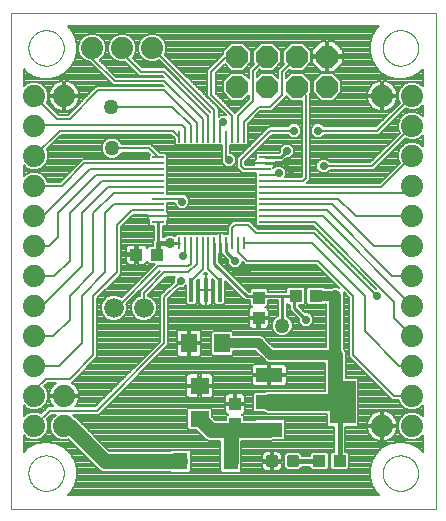
<source format=gtl>
G75*
%MOIN*%
%OFA0B0*%
%FSLAX25Y25*%
%IPPOS*%
%LPD*%
%AMOC8*
5,1,8,0,0,1.08239X$1,22.5*
%
%ADD10C,0.00000*%
%ADD11R,0.06299X0.05512*%
%ADD12R,0.03937X0.04331*%
%ADD13R,0.05512X0.06299*%
%ADD14R,0.04331X0.03937*%
%ADD15R,0.05000X0.05787*%
%ADD16C,0.07400*%
%ADD17R,0.08800X0.04800*%
%ADD18R,0.08661X0.14173*%
%ADD19R,0.00787X0.03937*%
%ADD20R,0.03937X0.00787*%
%ADD21C,0.05000*%
%ADD22R,0.01575X0.07874*%
%ADD23C,0.06600*%
%ADD24OC8,0.07400*%
%ADD25C,0.01181*%
%ADD26C,0.04000*%
%ADD27C,0.03372*%
%ADD28C,0.03569*%
%ADD29C,0.01000*%
%ADD30C,0.01600*%
%ADD31C,0.05600*%
%ADD32C,0.05000*%
%ADD33C,0.03200*%
%ADD34C,0.02781*%
%ADD35C,0.00787*%
D10*
X0001394Y0001394D02*
X0001394Y0166748D01*
X0143126Y0166748D01*
X0143126Y0001394D01*
X0001394Y0001394D01*
X0007299Y0013205D02*
X0007301Y0013358D01*
X0007307Y0013512D01*
X0007317Y0013665D01*
X0007331Y0013817D01*
X0007349Y0013970D01*
X0007371Y0014121D01*
X0007396Y0014272D01*
X0007426Y0014423D01*
X0007460Y0014573D01*
X0007497Y0014721D01*
X0007538Y0014869D01*
X0007583Y0015015D01*
X0007632Y0015161D01*
X0007685Y0015305D01*
X0007741Y0015447D01*
X0007801Y0015588D01*
X0007865Y0015728D01*
X0007932Y0015866D01*
X0008003Y0016002D01*
X0008078Y0016136D01*
X0008155Y0016268D01*
X0008237Y0016398D01*
X0008321Y0016526D01*
X0008409Y0016652D01*
X0008500Y0016775D01*
X0008594Y0016896D01*
X0008692Y0017014D01*
X0008792Y0017130D01*
X0008896Y0017243D01*
X0009002Y0017354D01*
X0009111Y0017462D01*
X0009223Y0017567D01*
X0009337Y0017668D01*
X0009455Y0017767D01*
X0009574Y0017863D01*
X0009696Y0017956D01*
X0009821Y0018045D01*
X0009948Y0018132D01*
X0010077Y0018214D01*
X0010208Y0018294D01*
X0010341Y0018370D01*
X0010476Y0018443D01*
X0010613Y0018512D01*
X0010752Y0018577D01*
X0010892Y0018639D01*
X0011034Y0018697D01*
X0011177Y0018752D01*
X0011322Y0018803D01*
X0011468Y0018850D01*
X0011615Y0018893D01*
X0011763Y0018932D01*
X0011912Y0018968D01*
X0012062Y0018999D01*
X0012213Y0019027D01*
X0012364Y0019051D01*
X0012517Y0019071D01*
X0012669Y0019087D01*
X0012822Y0019099D01*
X0012975Y0019107D01*
X0013128Y0019111D01*
X0013282Y0019111D01*
X0013435Y0019107D01*
X0013588Y0019099D01*
X0013741Y0019087D01*
X0013893Y0019071D01*
X0014046Y0019051D01*
X0014197Y0019027D01*
X0014348Y0018999D01*
X0014498Y0018968D01*
X0014647Y0018932D01*
X0014795Y0018893D01*
X0014942Y0018850D01*
X0015088Y0018803D01*
X0015233Y0018752D01*
X0015376Y0018697D01*
X0015518Y0018639D01*
X0015658Y0018577D01*
X0015797Y0018512D01*
X0015934Y0018443D01*
X0016069Y0018370D01*
X0016202Y0018294D01*
X0016333Y0018214D01*
X0016462Y0018132D01*
X0016589Y0018045D01*
X0016714Y0017956D01*
X0016836Y0017863D01*
X0016955Y0017767D01*
X0017073Y0017668D01*
X0017187Y0017567D01*
X0017299Y0017462D01*
X0017408Y0017354D01*
X0017514Y0017243D01*
X0017618Y0017130D01*
X0017718Y0017014D01*
X0017816Y0016896D01*
X0017910Y0016775D01*
X0018001Y0016652D01*
X0018089Y0016526D01*
X0018173Y0016398D01*
X0018255Y0016268D01*
X0018332Y0016136D01*
X0018407Y0016002D01*
X0018478Y0015866D01*
X0018545Y0015728D01*
X0018609Y0015588D01*
X0018669Y0015447D01*
X0018725Y0015305D01*
X0018778Y0015161D01*
X0018827Y0015015D01*
X0018872Y0014869D01*
X0018913Y0014721D01*
X0018950Y0014573D01*
X0018984Y0014423D01*
X0019014Y0014272D01*
X0019039Y0014121D01*
X0019061Y0013970D01*
X0019079Y0013817D01*
X0019093Y0013665D01*
X0019103Y0013512D01*
X0019109Y0013358D01*
X0019111Y0013205D01*
X0019109Y0013052D01*
X0019103Y0012898D01*
X0019093Y0012745D01*
X0019079Y0012593D01*
X0019061Y0012440D01*
X0019039Y0012289D01*
X0019014Y0012138D01*
X0018984Y0011987D01*
X0018950Y0011837D01*
X0018913Y0011689D01*
X0018872Y0011541D01*
X0018827Y0011395D01*
X0018778Y0011249D01*
X0018725Y0011105D01*
X0018669Y0010963D01*
X0018609Y0010822D01*
X0018545Y0010682D01*
X0018478Y0010544D01*
X0018407Y0010408D01*
X0018332Y0010274D01*
X0018255Y0010142D01*
X0018173Y0010012D01*
X0018089Y0009884D01*
X0018001Y0009758D01*
X0017910Y0009635D01*
X0017816Y0009514D01*
X0017718Y0009396D01*
X0017618Y0009280D01*
X0017514Y0009167D01*
X0017408Y0009056D01*
X0017299Y0008948D01*
X0017187Y0008843D01*
X0017073Y0008742D01*
X0016955Y0008643D01*
X0016836Y0008547D01*
X0016714Y0008454D01*
X0016589Y0008365D01*
X0016462Y0008278D01*
X0016333Y0008196D01*
X0016202Y0008116D01*
X0016069Y0008040D01*
X0015934Y0007967D01*
X0015797Y0007898D01*
X0015658Y0007833D01*
X0015518Y0007771D01*
X0015376Y0007713D01*
X0015233Y0007658D01*
X0015088Y0007607D01*
X0014942Y0007560D01*
X0014795Y0007517D01*
X0014647Y0007478D01*
X0014498Y0007442D01*
X0014348Y0007411D01*
X0014197Y0007383D01*
X0014046Y0007359D01*
X0013893Y0007339D01*
X0013741Y0007323D01*
X0013588Y0007311D01*
X0013435Y0007303D01*
X0013282Y0007299D01*
X0013128Y0007299D01*
X0012975Y0007303D01*
X0012822Y0007311D01*
X0012669Y0007323D01*
X0012517Y0007339D01*
X0012364Y0007359D01*
X0012213Y0007383D01*
X0012062Y0007411D01*
X0011912Y0007442D01*
X0011763Y0007478D01*
X0011615Y0007517D01*
X0011468Y0007560D01*
X0011322Y0007607D01*
X0011177Y0007658D01*
X0011034Y0007713D01*
X0010892Y0007771D01*
X0010752Y0007833D01*
X0010613Y0007898D01*
X0010476Y0007967D01*
X0010341Y0008040D01*
X0010208Y0008116D01*
X0010077Y0008196D01*
X0009948Y0008278D01*
X0009821Y0008365D01*
X0009696Y0008454D01*
X0009574Y0008547D01*
X0009455Y0008643D01*
X0009337Y0008742D01*
X0009223Y0008843D01*
X0009111Y0008948D01*
X0009002Y0009056D01*
X0008896Y0009167D01*
X0008792Y0009280D01*
X0008692Y0009396D01*
X0008594Y0009514D01*
X0008500Y0009635D01*
X0008409Y0009758D01*
X0008321Y0009884D01*
X0008237Y0010012D01*
X0008155Y0010142D01*
X0008078Y0010274D01*
X0008003Y0010408D01*
X0007932Y0010544D01*
X0007865Y0010682D01*
X0007801Y0010822D01*
X0007741Y0010963D01*
X0007685Y0011105D01*
X0007632Y0011249D01*
X0007583Y0011395D01*
X0007538Y0011541D01*
X0007497Y0011689D01*
X0007460Y0011837D01*
X0007426Y0011987D01*
X0007396Y0012138D01*
X0007371Y0012289D01*
X0007349Y0012440D01*
X0007331Y0012593D01*
X0007317Y0012745D01*
X0007307Y0012898D01*
X0007301Y0013052D01*
X0007299Y0013205D01*
X0125409Y0013205D02*
X0125411Y0013358D01*
X0125417Y0013512D01*
X0125427Y0013665D01*
X0125441Y0013817D01*
X0125459Y0013970D01*
X0125481Y0014121D01*
X0125506Y0014272D01*
X0125536Y0014423D01*
X0125570Y0014573D01*
X0125607Y0014721D01*
X0125648Y0014869D01*
X0125693Y0015015D01*
X0125742Y0015161D01*
X0125795Y0015305D01*
X0125851Y0015447D01*
X0125911Y0015588D01*
X0125975Y0015728D01*
X0126042Y0015866D01*
X0126113Y0016002D01*
X0126188Y0016136D01*
X0126265Y0016268D01*
X0126347Y0016398D01*
X0126431Y0016526D01*
X0126519Y0016652D01*
X0126610Y0016775D01*
X0126704Y0016896D01*
X0126802Y0017014D01*
X0126902Y0017130D01*
X0127006Y0017243D01*
X0127112Y0017354D01*
X0127221Y0017462D01*
X0127333Y0017567D01*
X0127447Y0017668D01*
X0127565Y0017767D01*
X0127684Y0017863D01*
X0127806Y0017956D01*
X0127931Y0018045D01*
X0128058Y0018132D01*
X0128187Y0018214D01*
X0128318Y0018294D01*
X0128451Y0018370D01*
X0128586Y0018443D01*
X0128723Y0018512D01*
X0128862Y0018577D01*
X0129002Y0018639D01*
X0129144Y0018697D01*
X0129287Y0018752D01*
X0129432Y0018803D01*
X0129578Y0018850D01*
X0129725Y0018893D01*
X0129873Y0018932D01*
X0130022Y0018968D01*
X0130172Y0018999D01*
X0130323Y0019027D01*
X0130474Y0019051D01*
X0130627Y0019071D01*
X0130779Y0019087D01*
X0130932Y0019099D01*
X0131085Y0019107D01*
X0131238Y0019111D01*
X0131392Y0019111D01*
X0131545Y0019107D01*
X0131698Y0019099D01*
X0131851Y0019087D01*
X0132003Y0019071D01*
X0132156Y0019051D01*
X0132307Y0019027D01*
X0132458Y0018999D01*
X0132608Y0018968D01*
X0132757Y0018932D01*
X0132905Y0018893D01*
X0133052Y0018850D01*
X0133198Y0018803D01*
X0133343Y0018752D01*
X0133486Y0018697D01*
X0133628Y0018639D01*
X0133768Y0018577D01*
X0133907Y0018512D01*
X0134044Y0018443D01*
X0134179Y0018370D01*
X0134312Y0018294D01*
X0134443Y0018214D01*
X0134572Y0018132D01*
X0134699Y0018045D01*
X0134824Y0017956D01*
X0134946Y0017863D01*
X0135065Y0017767D01*
X0135183Y0017668D01*
X0135297Y0017567D01*
X0135409Y0017462D01*
X0135518Y0017354D01*
X0135624Y0017243D01*
X0135728Y0017130D01*
X0135828Y0017014D01*
X0135926Y0016896D01*
X0136020Y0016775D01*
X0136111Y0016652D01*
X0136199Y0016526D01*
X0136283Y0016398D01*
X0136365Y0016268D01*
X0136442Y0016136D01*
X0136517Y0016002D01*
X0136588Y0015866D01*
X0136655Y0015728D01*
X0136719Y0015588D01*
X0136779Y0015447D01*
X0136835Y0015305D01*
X0136888Y0015161D01*
X0136937Y0015015D01*
X0136982Y0014869D01*
X0137023Y0014721D01*
X0137060Y0014573D01*
X0137094Y0014423D01*
X0137124Y0014272D01*
X0137149Y0014121D01*
X0137171Y0013970D01*
X0137189Y0013817D01*
X0137203Y0013665D01*
X0137213Y0013512D01*
X0137219Y0013358D01*
X0137221Y0013205D01*
X0137219Y0013052D01*
X0137213Y0012898D01*
X0137203Y0012745D01*
X0137189Y0012593D01*
X0137171Y0012440D01*
X0137149Y0012289D01*
X0137124Y0012138D01*
X0137094Y0011987D01*
X0137060Y0011837D01*
X0137023Y0011689D01*
X0136982Y0011541D01*
X0136937Y0011395D01*
X0136888Y0011249D01*
X0136835Y0011105D01*
X0136779Y0010963D01*
X0136719Y0010822D01*
X0136655Y0010682D01*
X0136588Y0010544D01*
X0136517Y0010408D01*
X0136442Y0010274D01*
X0136365Y0010142D01*
X0136283Y0010012D01*
X0136199Y0009884D01*
X0136111Y0009758D01*
X0136020Y0009635D01*
X0135926Y0009514D01*
X0135828Y0009396D01*
X0135728Y0009280D01*
X0135624Y0009167D01*
X0135518Y0009056D01*
X0135409Y0008948D01*
X0135297Y0008843D01*
X0135183Y0008742D01*
X0135065Y0008643D01*
X0134946Y0008547D01*
X0134824Y0008454D01*
X0134699Y0008365D01*
X0134572Y0008278D01*
X0134443Y0008196D01*
X0134312Y0008116D01*
X0134179Y0008040D01*
X0134044Y0007967D01*
X0133907Y0007898D01*
X0133768Y0007833D01*
X0133628Y0007771D01*
X0133486Y0007713D01*
X0133343Y0007658D01*
X0133198Y0007607D01*
X0133052Y0007560D01*
X0132905Y0007517D01*
X0132757Y0007478D01*
X0132608Y0007442D01*
X0132458Y0007411D01*
X0132307Y0007383D01*
X0132156Y0007359D01*
X0132003Y0007339D01*
X0131851Y0007323D01*
X0131698Y0007311D01*
X0131545Y0007303D01*
X0131392Y0007299D01*
X0131238Y0007299D01*
X0131085Y0007303D01*
X0130932Y0007311D01*
X0130779Y0007323D01*
X0130627Y0007339D01*
X0130474Y0007359D01*
X0130323Y0007383D01*
X0130172Y0007411D01*
X0130022Y0007442D01*
X0129873Y0007478D01*
X0129725Y0007517D01*
X0129578Y0007560D01*
X0129432Y0007607D01*
X0129287Y0007658D01*
X0129144Y0007713D01*
X0129002Y0007771D01*
X0128862Y0007833D01*
X0128723Y0007898D01*
X0128586Y0007967D01*
X0128451Y0008040D01*
X0128318Y0008116D01*
X0128187Y0008196D01*
X0128058Y0008278D01*
X0127931Y0008365D01*
X0127806Y0008454D01*
X0127684Y0008547D01*
X0127565Y0008643D01*
X0127447Y0008742D01*
X0127333Y0008843D01*
X0127221Y0008948D01*
X0127112Y0009056D01*
X0127006Y0009167D01*
X0126902Y0009280D01*
X0126802Y0009396D01*
X0126704Y0009514D01*
X0126610Y0009635D01*
X0126519Y0009758D01*
X0126431Y0009884D01*
X0126347Y0010012D01*
X0126265Y0010142D01*
X0126188Y0010274D01*
X0126113Y0010408D01*
X0126042Y0010544D01*
X0125975Y0010682D01*
X0125911Y0010822D01*
X0125851Y0010963D01*
X0125795Y0011105D01*
X0125742Y0011249D01*
X0125693Y0011395D01*
X0125648Y0011541D01*
X0125607Y0011689D01*
X0125570Y0011837D01*
X0125536Y0011987D01*
X0125506Y0012138D01*
X0125481Y0012289D01*
X0125459Y0012440D01*
X0125441Y0012593D01*
X0125427Y0012745D01*
X0125417Y0012898D01*
X0125411Y0013052D01*
X0125409Y0013205D01*
X0125409Y0154937D02*
X0125411Y0155090D01*
X0125417Y0155244D01*
X0125427Y0155397D01*
X0125441Y0155549D01*
X0125459Y0155702D01*
X0125481Y0155853D01*
X0125506Y0156004D01*
X0125536Y0156155D01*
X0125570Y0156305D01*
X0125607Y0156453D01*
X0125648Y0156601D01*
X0125693Y0156747D01*
X0125742Y0156893D01*
X0125795Y0157037D01*
X0125851Y0157179D01*
X0125911Y0157320D01*
X0125975Y0157460D01*
X0126042Y0157598D01*
X0126113Y0157734D01*
X0126188Y0157868D01*
X0126265Y0158000D01*
X0126347Y0158130D01*
X0126431Y0158258D01*
X0126519Y0158384D01*
X0126610Y0158507D01*
X0126704Y0158628D01*
X0126802Y0158746D01*
X0126902Y0158862D01*
X0127006Y0158975D01*
X0127112Y0159086D01*
X0127221Y0159194D01*
X0127333Y0159299D01*
X0127447Y0159400D01*
X0127565Y0159499D01*
X0127684Y0159595D01*
X0127806Y0159688D01*
X0127931Y0159777D01*
X0128058Y0159864D01*
X0128187Y0159946D01*
X0128318Y0160026D01*
X0128451Y0160102D01*
X0128586Y0160175D01*
X0128723Y0160244D01*
X0128862Y0160309D01*
X0129002Y0160371D01*
X0129144Y0160429D01*
X0129287Y0160484D01*
X0129432Y0160535D01*
X0129578Y0160582D01*
X0129725Y0160625D01*
X0129873Y0160664D01*
X0130022Y0160700D01*
X0130172Y0160731D01*
X0130323Y0160759D01*
X0130474Y0160783D01*
X0130627Y0160803D01*
X0130779Y0160819D01*
X0130932Y0160831D01*
X0131085Y0160839D01*
X0131238Y0160843D01*
X0131392Y0160843D01*
X0131545Y0160839D01*
X0131698Y0160831D01*
X0131851Y0160819D01*
X0132003Y0160803D01*
X0132156Y0160783D01*
X0132307Y0160759D01*
X0132458Y0160731D01*
X0132608Y0160700D01*
X0132757Y0160664D01*
X0132905Y0160625D01*
X0133052Y0160582D01*
X0133198Y0160535D01*
X0133343Y0160484D01*
X0133486Y0160429D01*
X0133628Y0160371D01*
X0133768Y0160309D01*
X0133907Y0160244D01*
X0134044Y0160175D01*
X0134179Y0160102D01*
X0134312Y0160026D01*
X0134443Y0159946D01*
X0134572Y0159864D01*
X0134699Y0159777D01*
X0134824Y0159688D01*
X0134946Y0159595D01*
X0135065Y0159499D01*
X0135183Y0159400D01*
X0135297Y0159299D01*
X0135409Y0159194D01*
X0135518Y0159086D01*
X0135624Y0158975D01*
X0135728Y0158862D01*
X0135828Y0158746D01*
X0135926Y0158628D01*
X0136020Y0158507D01*
X0136111Y0158384D01*
X0136199Y0158258D01*
X0136283Y0158130D01*
X0136365Y0158000D01*
X0136442Y0157868D01*
X0136517Y0157734D01*
X0136588Y0157598D01*
X0136655Y0157460D01*
X0136719Y0157320D01*
X0136779Y0157179D01*
X0136835Y0157037D01*
X0136888Y0156893D01*
X0136937Y0156747D01*
X0136982Y0156601D01*
X0137023Y0156453D01*
X0137060Y0156305D01*
X0137094Y0156155D01*
X0137124Y0156004D01*
X0137149Y0155853D01*
X0137171Y0155702D01*
X0137189Y0155549D01*
X0137203Y0155397D01*
X0137213Y0155244D01*
X0137219Y0155090D01*
X0137221Y0154937D01*
X0137219Y0154784D01*
X0137213Y0154630D01*
X0137203Y0154477D01*
X0137189Y0154325D01*
X0137171Y0154172D01*
X0137149Y0154021D01*
X0137124Y0153870D01*
X0137094Y0153719D01*
X0137060Y0153569D01*
X0137023Y0153421D01*
X0136982Y0153273D01*
X0136937Y0153127D01*
X0136888Y0152981D01*
X0136835Y0152837D01*
X0136779Y0152695D01*
X0136719Y0152554D01*
X0136655Y0152414D01*
X0136588Y0152276D01*
X0136517Y0152140D01*
X0136442Y0152006D01*
X0136365Y0151874D01*
X0136283Y0151744D01*
X0136199Y0151616D01*
X0136111Y0151490D01*
X0136020Y0151367D01*
X0135926Y0151246D01*
X0135828Y0151128D01*
X0135728Y0151012D01*
X0135624Y0150899D01*
X0135518Y0150788D01*
X0135409Y0150680D01*
X0135297Y0150575D01*
X0135183Y0150474D01*
X0135065Y0150375D01*
X0134946Y0150279D01*
X0134824Y0150186D01*
X0134699Y0150097D01*
X0134572Y0150010D01*
X0134443Y0149928D01*
X0134312Y0149848D01*
X0134179Y0149772D01*
X0134044Y0149699D01*
X0133907Y0149630D01*
X0133768Y0149565D01*
X0133628Y0149503D01*
X0133486Y0149445D01*
X0133343Y0149390D01*
X0133198Y0149339D01*
X0133052Y0149292D01*
X0132905Y0149249D01*
X0132757Y0149210D01*
X0132608Y0149174D01*
X0132458Y0149143D01*
X0132307Y0149115D01*
X0132156Y0149091D01*
X0132003Y0149071D01*
X0131851Y0149055D01*
X0131698Y0149043D01*
X0131545Y0149035D01*
X0131392Y0149031D01*
X0131238Y0149031D01*
X0131085Y0149035D01*
X0130932Y0149043D01*
X0130779Y0149055D01*
X0130627Y0149071D01*
X0130474Y0149091D01*
X0130323Y0149115D01*
X0130172Y0149143D01*
X0130022Y0149174D01*
X0129873Y0149210D01*
X0129725Y0149249D01*
X0129578Y0149292D01*
X0129432Y0149339D01*
X0129287Y0149390D01*
X0129144Y0149445D01*
X0129002Y0149503D01*
X0128862Y0149565D01*
X0128723Y0149630D01*
X0128586Y0149699D01*
X0128451Y0149772D01*
X0128318Y0149848D01*
X0128187Y0149928D01*
X0128058Y0150010D01*
X0127931Y0150097D01*
X0127806Y0150186D01*
X0127684Y0150279D01*
X0127565Y0150375D01*
X0127447Y0150474D01*
X0127333Y0150575D01*
X0127221Y0150680D01*
X0127112Y0150788D01*
X0127006Y0150899D01*
X0126902Y0151012D01*
X0126802Y0151128D01*
X0126704Y0151246D01*
X0126610Y0151367D01*
X0126519Y0151490D01*
X0126431Y0151616D01*
X0126347Y0151744D01*
X0126265Y0151874D01*
X0126188Y0152006D01*
X0126113Y0152140D01*
X0126042Y0152276D01*
X0125975Y0152414D01*
X0125911Y0152554D01*
X0125851Y0152695D01*
X0125795Y0152837D01*
X0125742Y0152981D01*
X0125693Y0153127D01*
X0125648Y0153273D01*
X0125607Y0153421D01*
X0125570Y0153569D01*
X0125536Y0153719D01*
X0125506Y0153870D01*
X0125481Y0154021D01*
X0125459Y0154172D01*
X0125441Y0154325D01*
X0125427Y0154477D01*
X0125417Y0154630D01*
X0125411Y0154784D01*
X0125409Y0154937D01*
X0007299Y0154937D02*
X0007301Y0155090D01*
X0007307Y0155244D01*
X0007317Y0155397D01*
X0007331Y0155549D01*
X0007349Y0155702D01*
X0007371Y0155853D01*
X0007396Y0156004D01*
X0007426Y0156155D01*
X0007460Y0156305D01*
X0007497Y0156453D01*
X0007538Y0156601D01*
X0007583Y0156747D01*
X0007632Y0156893D01*
X0007685Y0157037D01*
X0007741Y0157179D01*
X0007801Y0157320D01*
X0007865Y0157460D01*
X0007932Y0157598D01*
X0008003Y0157734D01*
X0008078Y0157868D01*
X0008155Y0158000D01*
X0008237Y0158130D01*
X0008321Y0158258D01*
X0008409Y0158384D01*
X0008500Y0158507D01*
X0008594Y0158628D01*
X0008692Y0158746D01*
X0008792Y0158862D01*
X0008896Y0158975D01*
X0009002Y0159086D01*
X0009111Y0159194D01*
X0009223Y0159299D01*
X0009337Y0159400D01*
X0009455Y0159499D01*
X0009574Y0159595D01*
X0009696Y0159688D01*
X0009821Y0159777D01*
X0009948Y0159864D01*
X0010077Y0159946D01*
X0010208Y0160026D01*
X0010341Y0160102D01*
X0010476Y0160175D01*
X0010613Y0160244D01*
X0010752Y0160309D01*
X0010892Y0160371D01*
X0011034Y0160429D01*
X0011177Y0160484D01*
X0011322Y0160535D01*
X0011468Y0160582D01*
X0011615Y0160625D01*
X0011763Y0160664D01*
X0011912Y0160700D01*
X0012062Y0160731D01*
X0012213Y0160759D01*
X0012364Y0160783D01*
X0012517Y0160803D01*
X0012669Y0160819D01*
X0012822Y0160831D01*
X0012975Y0160839D01*
X0013128Y0160843D01*
X0013282Y0160843D01*
X0013435Y0160839D01*
X0013588Y0160831D01*
X0013741Y0160819D01*
X0013893Y0160803D01*
X0014046Y0160783D01*
X0014197Y0160759D01*
X0014348Y0160731D01*
X0014498Y0160700D01*
X0014647Y0160664D01*
X0014795Y0160625D01*
X0014942Y0160582D01*
X0015088Y0160535D01*
X0015233Y0160484D01*
X0015376Y0160429D01*
X0015518Y0160371D01*
X0015658Y0160309D01*
X0015797Y0160244D01*
X0015934Y0160175D01*
X0016069Y0160102D01*
X0016202Y0160026D01*
X0016333Y0159946D01*
X0016462Y0159864D01*
X0016589Y0159777D01*
X0016714Y0159688D01*
X0016836Y0159595D01*
X0016955Y0159499D01*
X0017073Y0159400D01*
X0017187Y0159299D01*
X0017299Y0159194D01*
X0017408Y0159086D01*
X0017514Y0158975D01*
X0017618Y0158862D01*
X0017718Y0158746D01*
X0017816Y0158628D01*
X0017910Y0158507D01*
X0018001Y0158384D01*
X0018089Y0158258D01*
X0018173Y0158130D01*
X0018255Y0158000D01*
X0018332Y0157868D01*
X0018407Y0157734D01*
X0018478Y0157598D01*
X0018545Y0157460D01*
X0018609Y0157320D01*
X0018669Y0157179D01*
X0018725Y0157037D01*
X0018778Y0156893D01*
X0018827Y0156747D01*
X0018872Y0156601D01*
X0018913Y0156453D01*
X0018950Y0156305D01*
X0018984Y0156155D01*
X0019014Y0156004D01*
X0019039Y0155853D01*
X0019061Y0155702D01*
X0019079Y0155549D01*
X0019093Y0155397D01*
X0019103Y0155244D01*
X0019109Y0155090D01*
X0019111Y0154937D01*
X0019109Y0154784D01*
X0019103Y0154630D01*
X0019093Y0154477D01*
X0019079Y0154325D01*
X0019061Y0154172D01*
X0019039Y0154021D01*
X0019014Y0153870D01*
X0018984Y0153719D01*
X0018950Y0153569D01*
X0018913Y0153421D01*
X0018872Y0153273D01*
X0018827Y0153127D01*
X0018778Y0152981D01*
X0018725Y0152837D01*
X0018669Y0152695D01*
X0018609Y0152554D01*
X0018545Y0152414D01*
X0018478Y0152276D01*
X0018407Y0152140D01*
X0018332Y0152006D01*
X0018255Y0151874D01*
X0018173Y0151744D01*
X0018089Y0151616D01*
X0018001Y0151490D01*
X0017910Y0151367D01*
X0017816Y0151246D01*
X0017718Y0151128D01*
X0017618Y0151012D01*
X0017514Y0150899D01*
X0017408Y0150788D01*
X0017299Y0150680D01*
X0017187Y0150575D01*
X0017073Y0150474D01*
X0016955Y0150375D01*
X0016836Y0150279D01*
X0016714Y0150186D01*
X0016589Y0150097D01*
X0016462Y0150010D01*
X0016333Y0149928D01*
X0016202Y0149848D01*
X0016069Y0149772D01*
X0015934Y0149699D01*
X0015797Y0149630D01*
X0015658Y0149565D01*
X0015518Y0149503D01*
X0015376Y0149445D01*
X0015233Y0149390D01*
X0015088Y0149339D01*
X0014942Y0149292D01*
X0014795Y0149249D01*
X0014647Y0149210D01*
X0014498Y0149174D01*
X0014348Y0149143D01*
X0014197Y0149115D01*
X0014046Y0149091D01*
X0013893Y0149071D01*
X0013741Y0149055D01*
X0013588Y0149043D01*
X0013435Y0149035D01*
X0013282Y0149031D01*
X0013128Y0149031D01*
X0012975Y0149035D01*
X0012822Y0149043D01*
X0012669Y0149055D01*
X0012517Y0149071D01*
X0012364Y0149091D01*
X0012213Y0149115D01*
X0012062Y0149143D01*
X0011912Y0149174D01*
X0011763Y0149210D01*
X0011615Y0149249D01*
X0011468Y0149292D01*
X0011322Y0149339D01*
X0011177Y0149390D01*
X0011034Y0149445D01*
X0010892Y0149503D01*
X0010752Y0149565D01*
X0010613Y0149630D01*
X0010476Y0149699D01*
X0010341Y0149772D01*
X0010208Y0149848D01*
X0010077Y0149928D01*
X0009948Y0150010D01*
X0009821Y0150097D01*
X0009696Y0150186D01*
X0009574Y0150279D01*
X0009455Y0150375D01*
X0009337Y0150474D01*
X0009223Y0150575D01*
X0009111Y0150680D01*
X0009002Y0150788D01*
X0008896Y0150899D01*
X0008792Y0151012D01*
X0008692Y0151128D01*
X0008594Y0151246D01*
X0008500Y0151367D01*
X0008409Y0151490D01*
X0008321Y0151616D01*
X0008237Y0151744D01*
X0008155Y0151874D01*
X0008078Y0152006D01*
X0008003Y0152140D01*
X0007932Y0152276D01*
X0007865Y0152414D01*
X0007801Y0152554D01*
X0007741Y0152695D01*
X0007685Y0152837D01*
X0007632Y0152981D01*
X0007583Y0153127D01*
X0007538Y0153273D01*
X0007497Y0153421D01*
X0007460Y0153569D01*
X0007426Y0153719D01*
X0007396Y0153870D01*
X0007371Y0154021D01*
X0007349Y0154172D01*
X0007331Y0154325D01*
X0007317Y0154477D01*
X0007307Y0154630D01*
X0007301Y0154784D01*
X0007299Y0154937D01*
D11*
X0064386Y0042339D03*
X0064386Y0031315D03*
D12*
X0076197Y0029543D03*
X0076197Y0036236D03*
X0084071Y0064976D03*
X0084071Y0071669D03*
D13*
X0071866Y0056512D03*
X0060843Y0056512D03*
D14*
X0050016Y0086039D03*
X0043323Y0086039D03*
X0096472Y0072260D03*
X0103165Y0072260D03*
X0104346Y0017142D03*
X0111039Y0017142D03*
D15*
X0074819Y0017142D03*
X0057890Y0017142D03*
D16*
X0019268Y0028953D03*
X0019268Y0038953D03*
X0009268Y0038953D03*
X0009268Y0048953D03*
X0009268Y0058953D03*
X0009268Y0068953D03*
X0009268Y0078953D03*
X0009268Y0088953D03*
X0009268Y0098953D03*
X0009268Y0108953D03*
X0009268Y0118953D03*
X0009268Y0128953D03*
X0009268Y0138953D03*
X0019268Y0138953D03*
X0028638Y0154937D03*
X0038638Y0154937D03*
X0048638Y0154937D03*
X0125252Y0138953D03*
X0135252Y0138953D03*
X0135252Y0128953D03*
X0135252Y0118953D03*
X0135252Y0108953D03*
X0135252Y0098953D03*
X0135252Y0088953D03*
X0135252Y0078953D03*
X0135252Y0068953D03*
X0135252Y0058953D03*
X0135252Y0048953D03*
X0135252Y0038953D03*
X0135252Y0028953D03*
X0125252Y0028953D03*
X0009268Y0028953D03*
D17*
X0087619Y0027727D03*
X0087619Y0036827D03*
X0087619Y0045927D03*
D18*
X0112020Y0036827D03*
D19*
X0079150Y0089976D03*
X0077181Y0089976D03*
X0075213Y0089976D03*
X0073244Y0089976D03*
X0071276Y0089976D03*
X0069307Y0089976D03*
X0067339Y0089976D03*
X0065370Y0089976D03*
X0063402Y0089976D03*
X0061433Y0089976D03*
X0059465Y0089976D03*
X0057496Y0089976D03*
X0057496Y0125409D03*
X0059465Y0125409D03*
X0061433Y0125409D03*
X0063402Y0125409D03*
X0065370Y0125409D03*
X0067339Y0125409D03*
X0069307Y0125409D03*
X0071276Y0125409D03*
X0073244Y0125409D03*
X0075213Y0125409D03*
X0077181Y0125409D03*
X0079150Y0125409D03*
D20*
X0086039Y0118520D03*
X0086039Y0116551D03*
X0086039Y0114583D03*
X0086039Y0112614D03*
X0086039Y0110646D03*
X0086039Y0108677D03*
X0086039Y0106709D03*
X0086039Y0104740D03*
X0086039Y0102772D03*
X0086039Y0100803D03*
X0086039Y0098835D03*
X0086039Y0096866D03*
X0050606Y0096866D03*
X0050606Y0098835D03*
X0050606Y0100803D03*
X0050606Y0102772D03*
X0050606Y0104740D03*
X0050606Y0106709D03*
X0050606Y0108677D03*
X0050606Y0110646D03*
X0050606Y0112614D03*
X0050606Y0114583D03*
X0050606Y0116551D03*
X0050606Y0118520D03*
D21*
X0035252Y0121472D03*
X0034858Y0135252D03*
X0091945Y0062417D03*
D22*
X0071079Y0074228D03*
X0066354Y0074228D03*
X0061630Y0074228D03*
D23*
X0045764Y0068323D03*
X0035764Y0068323D03*
D24*
X0076945Y0142063D03*
X0076945Y0152063D03*
X0086945Y0152063D03*
X0086945Y0142063D03*
X0096945Y0142063D03*
X0096945Y0152063D03*
X0106945Y0152063D03*
X0106945Y0142063D03*
D25*
X0096776Y0018520D02*
X0096776Y0015764D01*
X0094020Y0015764D01*
X0094020Y0018520D01*
X0096776Y0018520D01*
X0096776Y0016944D02*
X0094020Y0016944D01*
X0094020Y0018124D02*
X0096776Y0018124D01*
X0089870Y0018520D02*
X0089870Y0015764D01*
X0087114Y0015764D01*
X0087114Y0018520D01*
X0089870Y0018520D01*
X0089870Y0016944D02*
X0087114Y0016944D01*
X0087114Y0018124D02*
X0089870Y0018124D01*
D26*
X0087467Y0027575D02*
X0087619Y0027727D01*
X0076197Y0027575D02*
X0074622Y0027575D01*
X0109661Y0039185D02*
X0112020Y0036827D01*
X0113205Y0038012D01*
X0109661Y0052575D02*
X0109661Y0072260D01*
D27*
X0054543Y0089976D03*
D28*
X0084071Y0056512D03*
X0109661Y0072260D03*
D29*
X0099819Y0064386D02*
X0095882Y0068323D01*
X0095882Y0071669D01*
X0096472Y0072260D01*
X0091945Y0072260D01*
X0091945Y0062417D01*
X0091945Y0072260D02*
X0084661Y0072260D01*
X0084071Y0071669D01*
X0083480Y0072260D01*
X0080134Y0072260D01*
X0069307Y0083087D01*
X0069307Y0089976D01*
X0071276Y0089976D02*
X0071276Y0085055D01*
X0076197Y0080134D01*
X0080134Y0080134D01*
X0076197Y0084071D02*
X0073244Y0087024D01*
X0073244Y0089976D01*
X0057496Y0089976D02*
X0054543Y0089976D01*
X0050606Y0089976D02*
X0050606Y0096866D01*
X0086039Y0116551D02*
X0092535Y0116551D01*
X0094701Y0114386D01*
X0091354Y0118520D02*
X0093520Y0120685D01*
X0091354Y0118520D02*
X0086039Y0118520D01*
D30*
X0054543Y0089976D02*
X0050606Y0089976D01*
X0050606Y0086630D01*
X0050016Y0086039D01*
X0095398Y0017142D02*
X0104346Y0017142D01*
X0111039Y0017142D02*
X0111039Y0035846D01*
X0112020Y0036827D01*
X0111630Y0036437D01*
D31*
X0112020Y0036827D02*
X0087619Y0036827D01*
D32*
X0087467Y0027575D02*
X0076197Y0027575D01*
X0074819Y0027378D02*
X0074622Y0027575D01*
X0068126Y0027575D01*
X0064386Y0031315D01*
X0074819Y0027378D02*
X0074819Y0017142D01*
X0057890Y0017142D02*
X0032890Y0017142D01*
X0021079Y0028953D01*
X0019268Y0028953D01*
X0109661Y0039185D02*
X0109661Y0052575D01*
D33*
X0088008Y0052575D01*
X0084071Y0056512D01*
X0071866Y0056512D01*
X0076197Y0029543D02*
X0076197Y0027575D01*
X0103165Y0072260D02*
X0109661Y0072260D01*
D34*
X0099819Y0064386D03*
X0080134Y0080134D03*
X0076197Y0084071D03*
X0058874Y0085646D03*
X0058087Y0077378D03*
X0058480Y0103756D03*
X0074228Y0117535D03*
X0072260Y0130134D03*
X0090764Y0113205D03*
X0094701Y0114386D03*
X0093520Y0120685D03*
X0095882Y0127378D03*
X0103756Y0127378D03*
X0105724Y0115567D03*
X0123441Y0072260D03*
D35*
X0102575Y0093126D01*
X0083283Y0093126D01*
X0080528Y0095882D01*
X0076197Y0095882D01*
X0075213Y0094898D01*
X0075213Y0089976D01*
X0077181Y0089976D02*
X0077181Y0087024D01*
X0080134Y0084071D01*
X0103756Y0084071D01*
X0115567Y0072260D01*
X0115567Y0052575D01*
X0129189Y0038953D01*
X0135252Y0038953D01*
X0138732Y0035795D02*
X0138732Y0032110D01*
X0137911Y0032932D01*
X0136186Y0033646D01*
X0134318Y0033646D01*
X0132593Y0032932D01*
X0131273Y0031612D01*
X0130558Y0029886D01*
X0130558Y0028019D01*
X0131273Y0026294D01*
X0132593Y0024974D01*
X0134318Y0024259D01*
X0136186Y0024259D01*
X0137911Y0024974D01*
X0138732Y0025795D01*
X0138732Y0020353D01*
X0137639Y0021446D01*
X0135290Y0022802D01*
X0132671Y0023504D01*
X0129959Y0023504D01*
X0127340Y0022802D01*
X0124991Y0021446D01*
X0123074Y0019529D01*
X0121718Y0017180D01*
X0121016Y0014561D01*
X0121016Y0011849D01*
X0121718Y0009229D01*
X0123074Y0006881D01*
X0124167Y0005787D01*
X0020353Y0005787D01*
X0021446Y0006881D01*
X0022802Y0009229D01*
X0023504Y0011849D01*
X0023504Y0014561D01*
X0022802Y0017180D01*
X0021446Y0019529D01*
X0019529Y0021446D01*
X0017180Y0022802D01*
X0014561Y0023504D01*
X0011849Y0023504D01*
X0009229Y0022802D01*
X0006881Y0021446D01*
X0005787Y0020353D01*
X0005787Y0025795D01*
X0006609Y0024974D01*
X0008334Y0024259D01*
X0010201Y0024259D01*
X0011926Y0024974D01*
X0013247Y0026294D01*
X0013961Y0028019D01*
X0013961Y0029886D01*
X0013435Y0031158D01*
X0014961Y0032683D01*
X0016361Y0032683D01*
X0015289Y0031612D01*
X0014574Y0029886D01*
X0014574Y0028019D01*
X0015289Y0026294D01*
X0016609Y0024974D01*
X0018334Y0024259D01*
X0020201Y0024259D01*
X0020647Y0024444D01*
X0029928Y0015163D01*
X0030911Y0014180D01*
X0032195Y0013648D01*
X0054584Y0013648D01*
X0054978Y0013254D01*
X0060801Y0013254D01*
X0061383Y0013836D01*
X0061383Y0020447D01*
X0060801Y0021029D01*
X0054978Y0021029D01*
X0054584Y0020635D01*
X0034337Y0020635D01*
X0023058Y0031915D01*
X0022863Y0031995D01*
X0022175Y0032683D01*
X0030709Y0032683D01*
X0053149Y0055124D01*
X0053962Y0055937D01*
X0053962Y0071291D01*
X0057664Y0074994D01*
X0059074Y0074994D01*
X0059849Y0075768D01*
X0059849Y0069880D01*
X0060431Y0069298D01*
X0062829Y0069298D01*
X0063411Y0069880D01*
X0063411Y0077197D01*
X0064173Y0077959D01*
X0064173Y0074228D01*
X0064173Y0070108D01*
X0064268Y0069753D01*
X0064452Y0069436D01*
X0064711Y0069176D01*
X0065029Y0068993D01*
X0065383Y0068898D01*
X0066354Y0068898D01*
X0066354Y0074228D01*
X0066354Y0074228D01*
X0064173Y0074228D01*
X0066354Y0074228D01*
X0066354Y0074228D01*
X0066354Y0068898D01*
X0067325Y0068898D01*
X0067680Y0068993D01*
X0067997Y0069176D01*
X0068257Y0069436D01*
X0068440Y0069753D01*
X0068535Y0070108D01*
X0068535Y0074228D01*
X0066354Y0074228D01*
X0066354Y0074228D01*
X0066354Y0079559D01*
X0065773Y0079559D01*
X0066354Y0080140D01*
X0066936Y0079559D01*
X0066354Y0079559D01*
X0066354Y0074228D01*
X0066354Y0074228D01*
X0068535Y0074228D01*
X0068535Y0077959D01*
X0069298Y0077197D01*
X0069298Y0069880D01*
X0069880Y0069298D01*
X0072278Y0069298D01*
X0072860Y0069880D01*
X0072860Y0077421D01*
X0078640Y0071641D01*
X0079515Y0070766D01*
X0081109Y0070766D01*
X0081109Y0069092D01*
X0081691Y0068510D01*
X0081825Y0068510D01*
X0081564Y0068440D01*
X0081247Y0068257D01*
X0080987Y0067997D01*
X0080804Y0067680D01*
X0080709Y0067325D01*
X0080709Y0065370D01*
X0083677Y0065370D01*
X0083677Y0064583D01*
X0080709Y0064583D01*
X0080709Y0062628D01*
X0080804Y0062273D01*
X0080987Y0061955D01*
X0081247Y0061696D01*
X0081564Y0061512D01*
X0081919Y0061417D01*
X0083677Y0061417D01*
X0083677Y0064583D01*
X0084465Y0064583D01*
X0084465Y0065370D01*
X0087433Y0065370D01*
X0087433Y0067325D01*
X0087338Y0067680D01*
X0087155Y0067997D01*
X0086895Y0068257D01*
X0086577Y0068440D01*
X0086317Y0068510D01*
X0086451Y0068510D01*
X0087033Y0069092D01*
X0087033Y0070766D01*
X0090451Y0070766D01*
X0090451Y0065580D01*
X0089966Y0065379D01*
X0088983Y0064396D01*
X0088451Y0063112D01*
X0088451Y0061722D01*
X0088983Y0060438D01*
X0089966Y0059455D01*
X0091250Y0058924D01*
X0092640Y0058924D01*
X0093924Y0059455D01*
X0094907Y0060438D01*
X0095439Y0061722D01*
X0095439Y0063112D01*
X0094907Y0064396D01*
X0093924Y0065379D01*
X0093439Y0065580D01*
X0093439Y0069755D01*
X0093895Y0069298D01*
X0094388Y0069298D01*
X0094388Y0067704D01*
X0095263Y0066829D01*
X0097435Y0064658D01*
X0097435Y0063398D01*
X0098831Y0062002D01*
X0100806Y0062002D01*
X0102203Y0063398D01*
X0102203Y0065373D01*
X0100806Y0066770D01*
X0099547Y0066770D01*
X0097376Y0068942D01*
X0097376Y0069298D01*
X0099049Y0069298D01*
X0099631Y0069880D01*
X0099631Y0074640D01*
X0099049Y0075222D01*
X0093895Y0075222D01*
X0093313Y0074640D01*
X0093313Y0073754D01*
X0087033Y0073754D01*
X0087033Y0074246D01*
X0086451Y0074828D01*
X0081691Y0074828D01*
X0081109Y0074246D01*
X0081109Y0073754D01*
X0080753Y0073754D01*
X0070801Y0083705D01*
X0070801Y0086614D01*
X0071276Y0086614D01*
X0071750Y0086614D01*
X0071750Y0086405D01*
X0073813Y0084343D01*
X0073813Y0083083D01*
X0075209Y0081687D01*
X0077184Y0081687D01*
X0078581Y0083083D01*
X0078581Y0083662D01*
X0078746Y0083496D01*
X0079559Y0082683D01*
X0103181Y0082683D01*
X0110862Y0075003D01*
X0110257Y0075254D01*
X0109066Y0075254D01*
X0108100Y0074854D01*
X0106111Y0074854D01*
X0105742Y0075222D01*
X0100588Y0075222D01*
X0100006Y0074640D01*
X0100006Y0069880D01*
X0100588Y0069298D01*
X0105742Y0069298D01*
X0106111Y0069666D01*
X0106668Y0069666D01*
X0106668Y0055168D01*
X0089082Y0055168D01*
X0086610Y0057641D01*
X0086426Y0058085D01*
X0085644Y0058867D01*
X0084623Y0059290D01*
X0083518Y0059290D01*
X0083073Y0059105D01*
X0075616Y0059105D01*
X0075616Y0060073D01*
X0075034Y0060655D01*
X0068699Y0060655D01*
X0068117Y0060073D01*
X0068117Y0052951D01*
X0068699Y0052369D01*
X0075034Y0052369D01*
X0075616Y0052951D01*
X0075616Y0053918D01*
X0082997Y0053918D01*
X0085809Y0051106D01*
X0086539Y0050376D01*
X0087492Y0049981D01*
X0106168Y0049981D01*
X0106168Y0040620D01*
X0086864Y0040620D01*
X0085899Y0040220D01*
X0082807Y0040220D01*
X0082225Y0039638D01*
X0082225Y0034015D01*
X0082807Y0033433D01*
X0085899Y0033433D01*
X0086864Y0033033D01*
X0106695Y0033033D01*
X0106695Y0029329D01*
X0107277Y0028746D01*
X0109246Y0028746D01*
X0109246Y0020104D01*
X0108462Y0020104D01*
X0107880Y0019522D01*
X0107880Y0014762D01*
X0108462Y0014180D01*
X0113616Y0014180D01*
X0114198Y0014762D01*
X0114198Y0019522D01*
X0113616Y0020104D01*
X0112833Y0020104D01*
X0112833Y0028746D01*
X0116762Y0028746D01*
X0117344Y0029329D01*
X0117344Y0044325D01*
X0116762Y0044907D01*
X0113155Y0044907D01*
X0113155Y0053270D01*
X0112655Y0054477D01*
X0112655Y0072855D01*
X0112405Y0073460D01*
X0114180Y0071685D01*
X0114180Y0052000D01*
X0114992Y0051187D01*
X0127802Y0038378D01*
X0128614Y0037565D01*
X0130746Y0037565D01*
X0131273Y0036294D01*
X0132593Y0034974D01*
X0134318Y0034259D01*
X0136186Y0034259D01*
X0137911Y0034974D01*
X0138732Y0035795D01*
X0138732Y0035188D02*
X0138125Y0035188D01*
X0138732Y0034402D02*
X0136531Y0034402D01*
X0136259Y0033616D02*
X0138732Y0033616D01*
X0138732Y0032830D02*
X0138012Y0032830D01*
X0134245Y0033616D02*
X0127319Y0033616D01*
X0127207Y0033673D02*
X0127922Y0033309D01*
X0128570Y0032838D01*
X0129137Y0032271D01*
X0129608Y0031622D01*
X0129972Y0030908D01*
X0130220Y0030146D01*
X0130346Y0029354D01*
X0130346Y0029346D01*
X0125646Y0029346D01*
X0125646Y0028559D01*
X0130346Y0028559D01*
X0130346Y0028552D01*
X0130220Y0027760D01*
X0129972Y0026997D01*
X0129608Y0026283D01*
X0129137Y0025634D01*
X0128570Y0025067D01*
X0127922Y0024596D01*
X0127207Y0024232D01*
X0126445Y0023984D01*
X0125653Y0023859D01*
X0125646Y0023859D01*
X0125646Y0028559D01*
X0124858Y0028559D01*
X0120158Y0028559D01*
X0120158Y0028552D01*
X0120284Y0027760D01*
X0120531Y0026997D01*
X0120895Y0026283D01*
X0121367Y0025634D01*
X0121934Y0025067D01*
X0122582Y0024596D01*
X0123297Y0024232D01*
X0124059Y0023984D01*
X0124851Y0023859D01*
X0124858Y0023859D01*
X0124858Y0028559D01*
X0124858Y0029346D01*
X0120158Y0029346D01*
X0120158Y0029354D01*
X0120284Y0030146D01*
X0120531Y0030908D01*
X0120895Y0031622D01*
X0121367Y0032271D01*
X0121934Y0032838D01*
X0122582Y0033309D01*
X0123297Y0033673D01*
X0124059Y0033921D01*
X0124851Y0034046D01*
X0124858Y0034046D01*
X0124858Y0029347D01*
X0125646Y0029347D01*
X0125646Y0034046D01*
X0125653Y0034046D01*
X0126445Y0033921D01*
X0127207Y0033673D01*
X0128578Y0032830D02*
X0132492Y0032830D01*
X0131706Y0032044D02*
X0129302Y0032044D01*
X0129794Y0031258D02*
X0131127Y0031258D01*
X0130801Y0030472D02*
X0130114Y0030472D01*
X0130293Y0029687D02*
X0130558Y0029687D01*
X0130558Y0028901D02*
X0125646Y0028901D01*
X0125646Y0029687D02*
X0124858Y0029687D01*
X0124858Y0030472D02*
X0125646Y0030472D01*
X0125646Y0031258D02*
X0124858Y0031258D01*
X0124858Y0032044D02*
X0125646Y0032044D01*
X0125646Y0032830D02*
X0124858Y0032830D01*
X0124858Y0033616D02*
X0125646Y0033616D01*
X0123185Y0033616D02*
X0117344Y0033616D01*
X0117344Y0032830D02*
X0121926Y0032830D01*
X0121202Y0032044D02*
X0117344Y0032044D01*
X0117344Y0031258D02*
X0120710Y0031258D01*
X0120390Y0030472D02*
X0117344Y0030472D01*
X0117344Y0029687D02*
X0120211Y0029687D01*
X0120227Y0028115D02*
X0112833Y0028115D01*
X0112833Y0027329D02*
X0120424Y0027329D01*
X0120763Y0026543D02*
X0112833Y0026543D01*
X0112833Y0025757D02*
X0121278Y0025757D01*
X0122066Y0024971D02*
X0112833Y0024971D01*
X0112833Y0024185D02*
X0123441Y0024185D01*
X0124858Y0024185D02*
X0125646Y0024185D01*
X0125646Y0024971D02*
X0124858Y0024971D01*
X0124858Y0025757D02*
X0125646Y0025757D01*
X0125646Y0026543D02*
X0124858Y0026543D01*
X0124858Y0027329D02*
X0125646Y0027329D01*
X0125646Y0028115D02*
X0124858Y0028115D01*
X0124858Y0028901D02*
X0116916Y0028901D01*
X0117344Y0034402D02*
X0133973Y0034402D01*
X0132379Y0035188D02*
X0117344Y0035188D01*
X0117344Y0035974D02*
X0131593Y0035974D01*
X0131080Y0036760D02*
X0117344Y0036760D01*
X0117344Y0037546D02*
X0130754Y0037546D01*
X0127848Y0038332D02*
X0117344Y0038332D01*
X0117344Y0039118D02*
X0127062Y0039118D01*
X0126276Y0039903D02*
X0117344Y0039903D01*
X0117344Y0040689D02*
X0125490Y0040689D01*
X0124704Y0041475D02*
X0117344Y0041475D01*
X0117344Y0042261D02*
X0123918Y0042261D01*
X0123133Y0043047D02*
X0117344Y0043047D01*
X0117344Y0043833D02*
X0122347Y0043833D01*
X0121561Y0044619D02*
X0117050Y0044619D01*
X0119203Y0046977D02*
X0113155Y0046977D01*
X0113155Y0047763D02*
X0118417Y0047763D01*
X0117631Y0048548D02*
X0113155Y0048548D01*
X0113155Y0049334D02*
X0116845Y0049334D01*
X0116059Y0050120D02*
X0113155Y0050120D01*
X0113155Y0050906D02*
X0115273Y0050906D01*
X0114488Y0051692D02*
X0113155Y0051692D01*
X0113155Y0052478D02*
X0114180Y0052478D01*
X0114180Y0053264D02*
X0113155Y0053264D01*
X0112832Y0054050D02*
X0114180Y0054050D01*
X0114180Y0054836D02*
X0112655Y0054836D01*
X0112655Y0055622D02*
X0114180Y0055622D01*
X0114180Y0056408D02*
X0112655Y0056408D01*
X0112655Y0057194D02*
X0114180Y0057194D01*
X0114180Y0057979D02*
X0112655Y0057979D01*
X0112655Y0058765D02*
X0114180Y0058765D01*
X0114180Y0059551D02*
X0112655Y0059551D01*
X0112655Y0060337D02*
X0114180Y0060337D01*
X0114180Y0061123D02*
X0112655Y0061123D01*
X0112655Y0061909D02*
X0114180Y0061909D01*
X0114180Y0062695D02*
X0112655Y0062695D01*
X0112655Y0063481D02*
X0114180Y0063481D01*
X0114180Y0064267D02*
X0112655Y0064267D01*
X0112655Y0065053D02*
X0114180Y0065053D01*
X0114180Y0065839D02*
X0112655Y0065839D01*
X0112655Y0066624D02*
X0114180Y0066624D01*
X0114180Y0067410D02*
X0112655Y0067410D01*
X0112655Y0068196D02*
X0114180Y0068196D01*
X0114180Y0068982D02*
X0112655Y0068982D01*
X0112655Y0069768D02*
X0114180Y0069768D01*
X0114180Y0070554D02*
X0112655Y0070554D01*
X0112655Y0071340D02*
X0114180Y0071340D01*
X0113739Y0072126D02*
X0112655Y0072126D01*
X0112632Y0072912D02*
X0112953Y0072912D01*
X0110595Y0075270D02*
X0079237Y0075270D01*
X0078451Y0076055D02*
X0109809Y0076055D01*
X0109023Y0076841D02*
X0077665Y0076841D01*
X0076879Y0077627D02*
X0108237Y0077627D01*
X0107452Y0078413D02*
X0076093Y0078413D01*
X0075307Y0079199D02*
X0106666Y0079199D01*
X0105880Y0079985D02*
X0074521Y0079985D01*
X0073735Y0080771D02*
X0105094Y0080771D01*
X0104308Y0081557D02*
X0072949Y0081557D01*
X0072163Y0082343D02*
X0074553Y0082343D01*
X0073813Y0083129D02*
X0071377Y0083129D01*
X0070801Y0083915D02*
X0073813Y0083915D01*
X0073455Y0084700D02*
X0070801Y0084700D01*
X0070801Y0085486D02*
X0072669Y0085486D01*
X0071883Y0086272D02*
X0070801Y0086272D01*
X0071276Y0086614D02*
X0071276Y0089976D01*
X0071276Y0086614D01*
X0071276Y0087058D02*
X0071276Y0087058D01*
X0071276Y0087844D02*
X0071276Y0087844D01*
X0071276Y0088630D02*
X0071276Y0088630D01*
X0071276Y0089416D02*
X0071276Y0089416D01*
X0071276Y0089976D02*
X0071276Y0089976D01*
X0071276Y0089977D02*
X0071276Y0089977D01*
X0071276Y0093339D01*
X0071853Y0093339D01*
X0072207Y0093244D01*
X0072525Y0093060D01*
X0072647Y0092939D01*
X0073825Y0092939D01*
X0073825Y0095472D01*
X0074809Y0096457D01*
X0075622Y0097269D01*
X0081102Y0097269D01*
X0083858Y0094513D01*
X0103149Y0094513D01*
X0123019Y0074644D01*
X0123032Y0074644D01*
X0102197Y0095479D01*
X0083659Y0095479D01*
X0083077Y0096061D01*
X0083077Y0097671D01*
X0083256Y0097850D01*
X0083077Y0098029D01*
X0083077Y0099640D01*
X0083256Y0099819D01*
X0083077Y0099998D01*
X0083077Y0101608D01*
X0083256Y0101787D01*
X0083077Y0101966D01*
X0083077Y0103577D01*
X0083256Y0103756D01*
X0083077Y0103935D01*
X0083077Y0105545D01*
X0083256Y0105724D01*
X0083077Y0105903D01*
X0083077Y0107514D01*
X0083256Y0107693D01*
X0083077Y0107872D01*
X0083077Y0109482D01*
X0083256Y0109661D01*
X0083077Y0109840D01*
X0083077Y0111451D01*
X0083256Y0111630D01*
X0083077Y0111809D01*
X0083077Y0113195D01*
X0078575Y0113195D01*
X0077591Y0114180D01*
X0076778Y0114992D01*
X0076778Y0118110D01*
X0086620Y0127953D01*
X0087433Y0128765D01*
X0093897Y0128765D01*
X0094894Y0129762D01*
X0096869Y0129762D01*
X0098266Y0128366D01*
X0098266Y0126390D01*
X0096869Y0124994D01*
X0094894Y0124994D01*
X0093897Y0125991D01*
X0088583Y0125991D01*
X0079553Y0116961D01*
X0079553Y0116142D01*
X0079724Y0115970D01*
X0082678Y0115970D01*
X0082677Y0115974D01*
X0082677Y0116551D01*
X0086039Y0116551D01*
X0086039Y0116551D01*
X0082677Y0116551D01*
X0082677Y0117128D01*
X0082772Y0117483D01*
X0082956Y0117801D01*
X0083077Y0117922D01*
X0083077Y0119325D01*
X0083659Y0119907D01*
X0085314Y0119907D01*
X0085421Y0120013D01*
X0090736Y0120013D01*
X0091135Y0120413D01*
X0091135Y0121673D01*
X0092532Y0123069D01*
X0094507Y0123069D01*
X0095904Y0121673D01*
X0095904Y0119697D01*
X0094507Y0118301D01*
X0093248Y0118301D01*
X0091973Y0117026D01*
X0089402Y0117026D01*
X0089402Y0116551D01*
X0086039Y0116551D01*
X0086039Y0116551D01*
X0089402Y0116551D01*
X0089402Y0115974D01*
X0089307Y0115620D01*
X0089123Y0115302D01*
X0089002Y0115180D01*
X0089002Y0114814D01*
X0089776Y0115589D01*
X0091751Y0115589D01*
X0093148Y0114192D01*
X0093148Y0112217D01*
X0092964Y0112033D01*
X0098260Y0112033D01*
X0098431Y0112205D01*
X0098431Y0137369D01*
X0095001Y0137369D01*
X0093332Y0139038D01*
X0093332Y0138614D01*
X0092520Y0137802D01*
X0088583Y0133865D01*
X0084646Y0133865D01*
X0080537Y0129756D01*
X0080537Y0123029D01*
X0079955Y0122447D01*
X0078344Y0122447D01*
X0078165Y0122626D01*
X0077986Y0122447D01*
X0076376Y0122447D01*
X0076197Y0122626D01*
X0076018Y0122447D01*
X0074631Y0122447D01*
X0074631Y0119920D01*
X0075216Y0119920D01*
X0076613Y0118523D01*
X0076613Y0116548D01*
X0075216Y0115151D01*
X0073241Y0115151D01*
X0071844Y0116548D01*
X0071844Y0118523D01*
X0071857Y0118536D01*
X0071857Y0122447D01*
X0070470Y0122447D01*
X0070291Y0122626D01*
X0070112Y0122447D01*
X0068502Y0122447D01*
X0068323Y0122626D01*
X0068144Y0122447D01*
X0066533Y0122447D01*
X0066354Y0122626D01*
X0066175Y0122447D01*
X0064565Y0122447D01*
X0064386Y0122626D01*
X0064207Y0122447D01*
X0062596Y0122447D01*
X0062417Y0122626D01*
X0062238Y0122447D01*
X0060628Y0122447D01*
X0060449Y0122626D01*
X0060270Y0122447D01*
X0058659Y0122447D01*
X0058480Y0122626D01*
X0058301Y0122447D01*
X0056691Y0122447D01*
X0056109Y0123029D01*
X0056109Y0124835D01*
X0054953Y0125991D01*
X0018268Y0125991D01*
X0013435Y0121158D01*
X0013961Y0119886D01*
X0013961Y0118019D01*
X0013247Y0116294D01*
X0011926Y0114974D01*
X0010201Y0114259D01*
X0008334Y0114259D01*
X0006609Y0114974D01*
X0005787Y0115795D01*
X0005787Y0112110D01*
X0006609Y0112932D01*
X0008334Y0113646D01*
X0010201Y0113646D01*
X0011926Y0112932D01*
X0013247Y0111612D01*
X0013773Y0110340D01*
X0017827Y0110340D01*
X0025425Y0117939D01*
X0047644Y0117939D01*
X0047644Y0119325D01*
X0047742Y0119422D01*
X0047079Y0120085D01*
X0038459Y0120085D01*
X0038214Y0119493D01*
X0037231Y0118511D01*
X0035947Y0117979D01*
X0034557Y0117979D01*
X0033273Y0118511D01*
X0032290Y0119493D01*
X0031758Y0120777D01*
X0031758Y0122167D01*
X0032290Y0123451D01*
X0033273Y0124434D01*
X0034557Y0124966D01*
X0035947Y0124966D01*
X0037231Y0124434D01*
X0038214Y0123451D01*
X0038459Y0122860D01*
X0048228Y0122860D01*
X0051181Y0119907D01*
X0052986Y0119907D01*
X0053568Y0119325D01*
X0053568Y0117714D01*
X0053390Y0117535D01*
X0053568Y0117356D01*
X0053568Y0115746D01*
X0053390Y0115567D01*
X0053568Y0115388D01*
X0053568Y0113777D01*
X0053390Y0113598D01*
X0053568Y0113419D01*
X0053568Y0111809D01*
X0053390Y0111630D01*
X0053568Y0111451D01*
X0053568Y0109840D01*
X0053390Y0109661D01*
X0053568Y0109482D01*
X0053568Y0107872D01*
X0053390Y0107693D01*
X0053568Y0107514D01*
X0053568Y0106128D01*
X0057480Y0106128D01*
X0057493Y0106140D01*
X0059468Y0106140D01*
X0060865Y0104743D01*
X0060865Y0102768D01*
X0059468Y0101372D01*
X0057493Y0101372D01*
X0056096Y0102768D01*
X0056096Y0103353D01*
X0053568Y0103353D01*
X0053568Y0101966D01*
X0053390Y0101787D01*
X0053568Y0101608D01*
X0053568Y0100206D01*
X0053690Y0100084D01*
X0053874Y0099766D01*
X0053968Y0099412D01*
X0053968Y0098835D01*
X0050606Y0098835D01*
X0050606Y0098835D01*
X0047244Y0098835D01*
X0047244Y0099412D01*
X0047245Y0099416D01*
X0042323Y0099416D01*
X0038214Y0095307D01*
X0038214Y0079559D01*
X0037401Y0078746D01*
X0030340Y0071685D01*
X0030340Y0052000D01*
X0021747Y0043407D01*
X0021937Y0043309D01*
X0022586Y0042838D01*
X0023153Y0042271D01*
X0023624Y0041622D01*
X0023988Y0040908D01*
X0024236Y0040146D01*
X0024361Y0039354D01*
X0024361Y0039346D01*
X0019661Y0039346D01*
X0019661Y0038559D01*
X0024361Y0038559D01*
X0024361Y0038552D01*
X0024236Y0037760D01*
X0023988Y0036997D01*
X0023624Y0036283D01*
X0023153Y0035634D01*
X0022977Y0035458D01*
X0029559Y0035458D01*
X0051187Y0057086D01*
X0051187Y0072441D01*
X0052000Y0073254D01*
X0055702Y0076956D01*
X0055702Y0078366D01*
X0056083Y0078746D01*
X0053149Y0078746D01*
X0047151Y0072748D01*
X0047151Y0072396D01*
X0048196Y0071963D01*
X0049404Y0070755D01*
X0050057Y0069177D01*
X0050057Y0067469D01*
X0049404Y0065891D01*
X0048196Y0064683D01*
X0046618Y0064029D01*
X0044910Y0064029D01*
X0043332Y0064683D01*
X0042124Y0065891D01*
X0041470Y0067469D01*
X0041470Y0069177D01*
X0042124Y0070755D01*
X0043332Y0071963D01*
X0044376Y0072396D01*
X0044376Y0073898D01*
X0045189Y0074710D01*
X0051194Y0080715D01*
X0051181Y0080715D01*
X0039936Y0069470D01*
X0040057Y0069177D01*
X0040057Y0067469D01*
X0039404Y0065891D01*
X0038196Y0064683D01*
X0036618Y0064029D01*
X0034910Y0064029D01*
X0033332Y0064683D01*
X0032124Y0065891D01*
X0031470Y0067469D01*
X0031470Y0069177D01*
X0032124Y0070755D01*
X0033332Y0071963D01*
X0034910Y0072617D01*
X0036618Y0072617D01*
X0038196Y0071963D01*
X0038350Y0071808D01*
X0049619Y0083077D01*
X0047439Y0083077D01*
X0046857Y0083659D01*
X0046857Y0083793D01*
X0046787Y0083533D01*
X0046603Y0083215D01*
X0046344Y0082956D01*
X0046026Y0082772D01*
X0045672Y0082677D01*
X0043716Y0082677D01*
X0043716Y0085646D01*
X0042929Y0085646D01*
X0039764Y0085646D01*
X0039764Y0083887D01*
X0039859Y0083533D01*
X0040042Y0083215D01*
X0040302Y0082956D01*
X0040620Y0082772D01*
X0040974Y0082677D01*
X0042929Y0082677D01*
X0042929Y0085646D01*
X0042929Y0086433D01*
X0039764Y0086433D01*
X0039764Y0088191D01*
X0039859Y0088546D01*
X0040042Y0088864D01*
X0040302Y0089123D01*
X0040620Y0089307D01*
X0040974Y0089402D01*
X0042929Y0089402D01*
X0042929Y0086433D01*
X0043716Y0086433D01*
X0043716Y0089402D01*
X0045672Y0089402D01*
X0046026Y0089307D01*
X0046344Y0089123D01*
X0046603Y0088864D01*
X0046787Y0088546D01*
X0046857Y0088285D01*
X0046857Y0088419D01*
X0047439Y0089002D01*
X0048813Y0089002D01*
X0048813Y0090719D01*
X0049113Y0091019D01*
X0049113Y0095479D01*
X0048226Y0095479D01*
X0047644Y0096061D01*
X0047644Y0097464D01*
X0047523Y0097585D01*
X0047339Y0097903D01*
X0047244Y0098257D01*
X0047244Y0098835D01*
X0050606Y0098835D01*
X0050606Y0098835D01*
X0053968Y0098835D01*
X0053968Y0098257D01*
X0053874Y0097903D01*
X0053690Y0097585D01*
X0053568Y0097464D01*
X0053568Y0096061D01*
X0052986Y0095479D01*
X0052100Y0095479D01*
X0052100Y0091770D01*
X0052548Y0091770D01*
X0053025Y0092248D01*
X0054010Y0092656D01*
X0055076Y0092656D01*
X0056061Y0092248D01*
X0056109Y0092200D01*
X0056109Y0092356D01*
X0056691Y0092939D01*
X0058301Y0092939D01*
X0058480Y0092760D01*
X0058659Y0092939D01*
X0060270Y0092939D01*
X0060449Y0092760D01*
X0060628Y0092939D01*
X0062238Y0092939D01*
X0062417Y0092760D01*
X0062596Y0092939D01*
X0064207Y0092939D01*
X0064386Y0092760D01*
X0064565Y0092939D01*
X0066175Y0092939D01*
X0066354Y0092760D01*
X0066533Y0092939D01*
X0068144Y0092939D01*
X0068323Y0092760D01*
X0068502Y0092939D01*
X0069905Y0092939D01*
X0070026Y0093060D01*
X0070344Y0093244D01*
X0070698Y0093339D01*
X0071276Y0093339D01*
X0071276Y0089977D01*
X0071276Y0090202D02*
X0071276Y0090202D01*
X0071276Y0090988D02*
X0071276Y0090988D01*
X0071276Y0091774D02*
X0071276Y0091774D01*
X0071276Y0092560D02*
X0071276Y0092560D01*
X0073825Y0093346D02*
X0052100Y0093346D01*
X0052100Y0094131D02*
X0073825Y0094131D01*
X0073825Y0094917D02*
X0052100Y0094917D01*
X0053211Y0095703D02*
X0074056Y0095703D01*
X0074842Y0096489D02*
X0053568Y0096489D01*
X0053568Y0097275D02*
X0083077Y0097275D01*
X0083077Y0096489D02*
X0081882Y0096489D01*
X0082668Y0095703D02*
X0083435Y0095703D01*
X0083454Y0094917D02*
X0102758Y0094917D01*
X0103531Y0094131D02*
X0103544Y0094131D01*
X0104317Y0093346D02*
X0104330Y0093346D01*
X0105103Y0092560D02*
X0105116Y0092560D01*
X0105889Y0091774D02*
X0105902Y0091774D01*
X0106675Y0090988D02*
X0106688Y0090988D01*
X0107461Y0090202D02*
X0107474Y0090202D01*
X0108247Y0089416D02*
X0108260Y0089416D01*
X0109033Y0088630D02*
X0109046Y0088630D01*
X0109819Y0087844D02*
X0109832Y0087844D01*
X0110605Y0087058D02*
X0110617Y0087058D01*
X0111391Y0086272D02*
X0111403Y0086272D01*
X0112176Y0085486D02*
X0112189Y0085486D01*
X0112962Y0084700D02*
X0112975Y0084700D01*
X0113748Y0083915D02*
X0113761Y0083915D01*
X0114534Y0083129D02*
X0114547Y0083129D01*
X0115320Y0082343D02*
X0115333Y0082343D01*
X0116106Y0081557D02*
X0116119Y0081557D01*
X0116892Y0080771D02*
X0116905Y0080771D01*
X0117678Y0079985D02*
X0117691Y0079985D01*
X0118464Y0079199D02*
X0118477Y0079199D01*
X0119250Y0078413D02*
X0119263Y0078413D01*
X0120036Y0077627D02*
X0120048Y0077627D01*
X0120822Y0076841D02*
X0120834Y0076841D01*
X0121607Y0076055D02*
X0121620Y0076055D01*
X0122393Y0075270D02*
X0122406Y0075270D01*
X0119504Y0072260D02*
X0119504Y0060449D01*
X0131000Y0048953D01*
X0135252Y0048953D01*
X0135252Y0058953D02*
X0129346Y0064858D01*
X0129346Y0070291D01*
X0102772Y0096866D01*
X0086039Y0096866D01*
X0086039Y0098835D02*
X0105370Y0098835D01*
X0135252Y0068953D01*
X0135252Y0078953D02*
X0128559Y0078953D01*
X0106709Y0100803D01*
X0086039Y0100803D01*
X0086039Y0102772D02*
X0108677Y0102772D01*
X0122496Y0088953D01*
X0135252Y0088953D01*
X0135252Y0098953D02*
X0116433Y0098953D01*
X0115567Y0099819D01*
X0110646Y0104740D01*
X0086039Y0104740D01*
X0086039Y0106709D02*
X0133008Y0106709D01*
X0135252Y0108953D01*
X0128902Y0114565D02*
X0122826Y0114565D01*
X0122441Y0114180D02*
X0133047Y0124786D01*
X0134318Y0124259D01*
X0136186Y0124259D01*
X0137911Y0124974D01*
X0138732Y0125795D01*
X0138732Y0122110D01*
X0137911Y0122932D01*
X0136186Y0123646D01*
X0134318Y0123646D01*
X0132593Y0122932D01*
X0131273Y0121612D01*
X0130558Y0119886D01*
X0130558Y0118019D01*
X0131085Y0116748D01*
X0124402Y0110065D01*
X0100216Y0110065D01*
X0100394Y0110243D01*
X0101206Y0111055D01*
X0101206Y0139687D01*
X0101639Y0140119D01*
X0101639Y0144007D01*
X0098889Y0146757D01*
X0095001Y0146757D01*
X0093332Y0145088D01*
X0093332Y0146488D01*
X0094607Y0147763D01*
X0095001Y0147369D01*
X0098889Y0147369D01*
X0101639Y0150119D01*
X0101639Y0154007D01*
X0098889Y0156757D01*
X0095001Y0156757D01*
X0092251Y0154007D01*
X0092251Y0150119D01*
X0092645Y0149725D01*
X0091370Y0148450D01*
X0090557Y0147638D01*
X0090557Y0145088D01*
X0088889Y0146757D01*
X0085001Y0146757D01*
X0083490Y0145246D01*
X0083490Y0146646D01*
X0084607Y0147763D01*
X0085001Y0147369D01*
X0088889Y0147369D01*
X0091639Y0150119D01*
X0091639Y0154007D01*
X0088889Y0156757D01*
X0085001Y0156757D01*
X0082251Y0154007D01*
X0082251Y0150119D01*
X0082645Y0149725D01*
X0080715Y0147795D01*
X0080715Y0144931D01*
X0078889Y0146757D01*
X0075001Y0146757D01*
X0072251Y0144007D01*
X0072251Y0140119D01*
X0075001Y0137369D01*
X0078889Y0137369D01*
X0080715Y0139195D01*
X0080715Y0137795D01*
X0076197Y0133277D01*
X0069710Y0139764D01*
X0069710Y0146488D01*
X0072796Y0149574D01*
X0075001Y0147369D01*
X0078889Y0147369D01*
X0081639Y0150119D01*
X0081639Y0154007D01*
X0078889Y0156757D01*
X0075001Y0156757D01*
X0072251Y0154007D01*
X0072251Y0152953D01*
X0071935Y0152638D01*
X0066935Y0147638D01*
X0066935Y0138614D01*
X0067748Y0137802D01*
X0073032Y0132518D01*
X0071272Y0132518D01*
X0070694Y0131940D01*
X0070694Y0134842D01*
X0052805Y0152732D01*
X0053331Y0154003D01*
X0053331Y0155871D01*
X0052617Y0157596D01*
X0051297Y0158916D01*
X0049571Y0159631D01*
X0047704Y0159631D01*
X0045979Y0158916D01*
X0044659Y0157596D01*
X0043944Y0155871D01*
X0043944Y0154003D01*
X0044659Y0152278D01*
X0045979Y0150958D01*
X0047704Y0150243D01*
X0049571Y0150243D01*
X0050843Y0150770D01*
X0067920Y0133693D01*
X0067920Y0133680D01*
X0053962Y0147638D01*
X0053149Y0148450D01*
X0045275Y0148450D01*
X0042032Y0151694D01*
X0042617Y0152278D01*
X0043331Y0154003D01*
X0043331Y0155871D01*
X0042617Y0157596D01*
X0041297Y0158916D01*
X0039571Y0159631D01*
X0037704Y0159631D01*
X0035979Y0158916D01*
X0034659Y0157596D01*
X0033944Y0155871D01*
X0033944Y0154003D01*
X0034659Y0152278D01*
X0035979Y0150958D01*
X0037704Y0150243D01*
X0039558Y0150243D01*
X0044126Y0145676D01*
X0052000Y0145676D01*
X0052375Y0145301D01*
X0036614Y0145301D01*
X0031056Y0150858D01*
X0031297Y0150958D01*
X0032617Y0152278D01*
X0033331Y0154003D01*
X0033331Y0155871D01*
X0032617Y0157596D01*
X0031297Y0158916D01*
X0029571Y0159631D01*
X0027704Y0159631D01*
X0025979Y0158916D01*
X0024659Y0157596D01*
X0023944Y0155871D01*
X0023944Y0154003D01*
X0024659Y0152278D01*
X0025979Y0150958D01*
X0027704Y0150243D01*
X0027747Y0150243D01*
X0035465Y0142526D01*
X0052000Y0142526D01*
X0052375Y0142151D01*
X0029953Y0142151D01*
X0020504Y0132702D01*
X0017480Y0132702D01*
X0013435Y0136748D01*
X0013961Y0138019D01*
X0013961Y0139886D01*
X0013247Y0141612D01*
X0011926Y0142932D01*
X0010201Y0143646D01*
X0008334Y0143646D01*
X0006609Y0142932D01*
X0005787Y0142110D01*
X0005787Y0147789D01*
X0006881Y0146696D01*
X0009229Y0145340D01*
X0011849Y0144638D01*
X0014561Y0144638D01*
X0017180Y0145340D01*
X0019529Y0146696D01*
X0021446Y0148613D01*
X0022802Y0150962D01*
X0023504Y0153581D01*
X0023504Y0156293D01*
X0022802Y0158912D01*
X0021446Y0161261D01*
X0020353Y0162354D01*
X0124167Y0162354D01*
X0123074Y0161261D01*
X0121718Y0158912D01*
X0121016Y0156293D01*
X0121016Y0153581D01*
X0121718Y0150962D01*
X0123074Y0148613D01*
X0124991Y0146696D01*
X0127340Y0145340D01*
X0129959Y0144638D01*
X0132671Y0144638D01*
X0135290Y0145340D01*
X0137639Y0146696D01*
X0138732Y0147789D01*
X0138732Y0142110D01*
X0137911Y0142932D01*
X0136186Y0143646D01*
X0134318Y0143646D01*
X0132593Y0142932D01*
X0131273Y0141612D01*
X0130558Y0139886D01*
X0130558Y0138019D01*
X0131085Y0136748D01*
X0123102Y0128765D01*
X0105740Y0128765D01*
X0104743Y0129762D01*
X0102768Y0129762D01*
X0101372Y0128366D01*
X0101372Y0126390D01*
X0102768Y0124994D01*
X0104743Y0124994D01*
X0105740Y0125991D01*
X0124252Y0125991D01*
X0133047Y0134786D01*
X0134318Y0134259D01*
X0136186Y0134259D01*
X0137911Y0134974D01*
X0138732Y0135795D01*
X0138732Y0132110D01*
X0137911Y0132932D01*
X0136186Y0133646D01*
X0134318Y0133646D01*
X0132593Y0132932D01*
X0131273Y0131612D01*
X0130558Y0129886D01*
X0130558Y0128019D01*
X0131085Y0126748D01*
X0121291Y0116954D01*
X0107709Y0116954D01*
X0106712Y0117951D01*
X0104737Y0117951D01*
X0103340Y0116555D01*
X0103340Y0114579D01*
X0104737Y0113183D01*
X0106712Y0113183D01*
X0107709Y0114180D01*
X0122441Y0114180D01*
X0121866Y0115567D02*
X0135252Y0128953D01*
X0138505Y0125568D02*
X0138732Y0125568D01*
X0138732Y0124782D02*
X0137448Y0124782D01*
X0138732Y0123996D02*
X0132257Y0123996D01*
X0131471Y0123210D02*
X0133265Y0123210D01*
X0132086Y0122424D02*
X0130686Y0122424D01*
X0131300Y0121638D02*
X0129900Y0121638D01*
X0129114Y0120852D02*
X0130958Y0120852D01*
X0130633Y0120067D02*
X0128328Y0120067D01*
X0127542Y0119281D02*
X0130558Y0119281D01*
X0130558Y0118495D02*
X0126756Y0118495D01*
X0125970Y0117709D02*
X0130687Y0117709D01*
X0131012Y0116923D02*
X0125184Y0116923D01*
X0124398Y0116137D02*
X0130474Y0116137D01*
X0129688Y0115351D02*
X0123612Y0115351D01*
X0121866Y0115567D02*
X0105724Y0115567D01*
X0104140Y0113779D02*
X0101206Y0113779D01*
X0101206Y0112993D02*
X0127330Y0112993D01*
X0126545Y0112207D02*
X0101206Y0112207D01*
X0101206Y0111422D02*
X0125759Y0111422D01*
X0124973Y0110636D02*
X0100787Y0110636D01*
X0099819Y0111630D02*
X0099819Y0139189D01*
X0096945Y0142063D01*
X0100430Y0145216D02*
X0103460Y0145216D01*
X0104246Y0146002D02*
X0099644Y0146002D01*
X0099093Y0147573D02*
X0104231Y0147573D01*
X0104835Y0146969D02*
X0106551Y0146969D01*
X0106551Y0151669D01*
X0107339Y0151669D01*
X0107339Y0152457D01*
X0112039Y0152457D01*
X0112039Y0154173D01*
X0109055Y0157157D01*
X0107339Y0157157D01*
X0107339Y0152457D01*
X0106551Y0152457D01*
X0106551Y0157157D01*
X0104835Y0157157D01*
X0101851Y0154173D01*
X0101851Y0152457D01*
X0106551Y0152457D01*
X0106551Y0151669D01*
X0101851Y0151669D01*
X0101851Y0149953D01*
X0104835Y0146969D01*
X0105001Y0146757D02*
X0102251Y0144007D01*
X0102251Y0140119D01*
X0105001Y0137369D01*
X0108889Y0137369D01*
X0111639Y0140119D01*
X0111639Y0144007D01*
X0108889Y0146757D01*
X0105001Y0146757D01*
X0106551Y0147573D02*
X0107339Y0147573D01*
X0107339Y0146969D02*
X0109055Y0146969D01*
X0112039Y0149953D01*
X0112039Y0151669D01*
X0107339Y0151669D01*
X0107339Y0146969D01*
X0107339Y0148359D02*
X0106551Y0148359D01*
X0106551Y0149145D02*
X0107339Y0149145D01*
X0107339Y0149931D02*
X0106551Y0149931D01*
X0106551Y0150717D02*
X0107339Y0150717D01*
X0107339Y0151503D02*
X0106551Y0151503D01*
X0106551Y0152289D02*
X0101639Y0152289D01*
X0101639Y0153075D02*
X0101851Y0153075D01*
X0101851Y0153861D02*
X0101639Y0153861D01*
X0100999Y0154647D02*
X0102325Y0154647D01*
X0103111Y0155433D02*
X0100213Y0155433D01*
X0099427Y0156219D02*
X0103897Y0156219D01*
X0104683Y0157004D02*
X0052862Y0157004D01*
X0053187Y0156219D02*
X0074463Y0156219D01*
X0073677Y0155433D02*
X0053331Y0155433D01*
X0053331Y0154647D02*
X0072891Y0154647D01*
X0072251Y0153861D02*
X0053272Y0153861D01*
X0052947Y0153075D02*
X0072251Y0153075D01*
X0071587Y0152289D02*
X0053248Y0152289D01*
X0054034Y0151503D02*
X0070801Y0151503D01*
X0070015Y0150717D02*
X0054820Y0150717D01*
X0055606Y0149931D02*
X0069229Y0149931D01*
X0068443Y0149145D02*
X0056392Y0149145D01*
X0057177Y0148359D02*
X0067657Y0148359D01*
X0066935Y0147573D02*
X0057963Y0147573D01*
X0058749Y0146788D02*
X0066935Y0146788D01*
X0066935Y0146002D02*
X0059535Y0146002D01*
X0060321Y0145216D02*
X0066935Y0145216D01*
X0066935Y0144430D02*
X0061107Y0144430D01*
X0061893Y0143644D02*
X0066935Y0143644D01*
X0066935Y0142858D02*
X0062679Y0142858D01*
X0063465Y0142072D02*
X0066935Y0142072D01*
X0066935Y0141286D02*
X0064251Y0141286D01*
X0065037Y0140500D02*
X0066935Y0140500D01*
X0066935Y0139714D02*
X0065823Y0139714D01*
X0066608Y0138928D02*
X0066935Y0138928D01*
X0067394Y0138143D02*
X0067407Y0138143D01*
X0068180Y0137357D02*
X0068193Y0137357D01*
X0068966Y0136571D02*
X0068979Y0136571D01*
X0069752Y0135785D02*
X0069765Y0135785D01*
X0070538Y0134999D02*
X0070551Y0134999D01*
X0070694Y0134213D02*
X0071337Y0134213D01*
X0070694Y0133427D02*
X0072123Y0133427D01*
X0072909Y0132641D02*
X0070694Y0132641D01*
X0069307Y0134268D02*
X0048638Y0154937D01*
X0045434Y0151503D02*
X0042223Y0151503D01*
X0042621Y0152289D02*
X0044654Y0152289D01*
X0044329Y0153075D02*
X0042947Y0153075D01*
X0043272Y0153861D02*
X0044003Y0153861D01*
X0043944Y0154647D02*
X0043331Y0154647D01*
X0043331Y0155433D02*
X0043944Y0155433D01*
X0044088Y0156219D02*
X0043187Y0156219D01*
X0042862Y0157004D02*
X0044414Y0157004D01*
X0044853Y0157790D02*
X0042422Y0157790D01*
X0041636Y0158576D02*
X0045639Y0158576D01*
X0047056Y0159362D02*
X0040220Y0159362D01*
X0037056Y0159362D02*
X0030220Y0159362D01*
X0031636Y0158576D02*
X0035639Y0158576D01*
X0034853Y0157790D02*
X0032422Y0157790D01*
X0032862Y0157004D02*
X0034414Y0157004D01*
X0034088Y0156219D02*
X0033187Y0156219D01*
X0033331Y0155433D02*
X0033944Y0155433D01*
X0033944Y0154647D02*
X0033331Y0154647D01*
X0033272Y0153861D02*
X0034003Y0153861D01*
X0034329Y0153075D02*
X0032947Y0153075D01*
X0032621Y0152289D02*
X0034654Y0152289D01*
X0035434Y0151503D02*
X0031842Y0151503D01*
X0031198Y0150717D02*
X0036560Y0150717D01*
X0038638Y0153126D02*
X0044701Y0147063D01*
X0052575Y0147063D01*
X0067339Y0132299D01*
X0067339Y0125409D01*
X0069307Y0125409D02*
X0069307Y0134268D01*
X0067400Y0134213D02*
X0067387Y0134213D01*
X0066614Y0134999D02*
X0066601Y0134999D01*
X0065828Y0135785D02*
X0065815Y0135785D01*
X0065042Y0136571D02*
X0065029Y0136571D01*
X0064256Y0137357D02*
X0064243Y0137357D01*
X0063470Y0138143D02*
X0063457Y0138143D01*
X0062684Y0138928D02*
X0062671Y0138928D01*
X0061898Y0139714D02*
X0061885Y0139714D01*
X0061112Y0140500D02*
X0061100Y0140500D01*
X0060327Y0141286D02*
X0060314Y0141286D01*
X0059541Y0142072D02*
X0059528Y0142072D01*
X0058755Y0142858D02*
X0058742Y0142858D01*
X0057969Y0143644D02*
X0057956Y0143644D01*
X0057183Y0144430D02*
X0057170Y0144430D01*
X0056397Y0145216D02*
X0056384Y0145216D01*
X0055611Y0146002D02*
X0055598Y0146002D01*
X0054825Y0146788D02*
X0054812Y0146788D01*
X0054039Y0147573D02*
X0054026Y0147573D01*
X0053253Y0148359D02*
X0053240Y0148359D01*
X0052467Y0149145D02*
X0044581Y0149145D01*
X0043795Y0149931D02*
X0051681Y0149931D01*
X0050896Y0150717D02*
X0050715Y0150717D01*
X0046560Y0150717D02*
X0043009Y0150717D01*
X0040656Y0149145D02*
X0032770Y0149145D01*
X0033555Y0148359D02*
X0041442Y0148359D01*
X0042228Y0147573D02*
X0034341Y0147573D01*
X0035127Y0146788D02*
X0043014Y0146788D01*
X0043800Y0146002D02*
X0035913Y0146002D01*
X0036039Y0143913D02*
X0028638Y0151315D01*
X0028638Y0154937D01*
X0025434Y0151503D02*
X0022947Y0151503D01*
X0023158Y0152289D02*
X0024654Y0152289D01*
X0024329Y0153075D02*
X0023368Y0153075D01*
X0023504Y0153861D02*
X0024003Y0153861D01*
X0023944Y0154647D02*
X0023504Y0154647D01*
X0023504Y0155433D02*
X0023944Y0155433D01*
X0024088Y0156219D02*
X0023504Y0156219D01*
X0023313Y0157004D02*
X0024414Y0157004D01*
X0024853Y0157790D02*
X0023103Y0157790D01*
X0022892Y0158576D02*
X0025639Y0158576D01*
X0027056Y0159362D02*
X0022542Y0159362D01*
X0022089Y0160148D02*
X0122431Y0160148D01*
X0121977Y0159362D02*
X0050220Y0159362D01*
X0051636Y0158576D02*
X0121628Y0158576D01*
X0121417Y0157790D02*
X0052422Y0157790D01*
X0052575Y0143913D02*
X0036039Y0143913D01*
X0035133Y0142858D02*
X0022558Y0142858D01*
X0022586Y0142838D02*
X0021937Y0143309D01*
X0021223Y0143673D01*
X0020460Y0143921D01*
X0019669Y0144046D01*
X0019661Y0144046D01*
X0019661Y0139347D01*
X0018874Y0139347D01*
X0018874Y0144046D01*
X0018867Y0144046D01*
X0018075Y0143921D01*
X0017312Y0143673D01*
X0016598Y0143309D01*
X0015949Y0142838D01*
X0015382Y0142271D01*
X0014911Y0141622D01*
X0014547Y0140908D01*
X0014299Y0140146D01*
X0014174Y0139354D01*
X0014174Y0139346D01*
X0018874Y0139346D01*
X0018874Y0138559D01*
X0019661Y0138559D01*
X0019661Y0133859D01*
X0019669Y0133859D01*
X0020460Y0133984D01*
X0021223Y0134232D01*
X0021937Y0134596D01*
X0022586Y0135067D01*
X0023153Y0135634D01*
X0023624Y0136283D01*
X0023988Y0136997D01*
X0024236Y0137760D01*
X0024361Y0138552D01*
X0024361Y0138559D01*
X0019661Y0138559D01*
X0019661Y0139346D01*
X0024361Y0139346D01*
X0024361Y0139354D01*
X0024236Y0140146D01*
X0023988Y0140908D01*
X0023624Y0141622D01*
X0023153Y0142271D01*
X0022586Y0142838D01*
X0023298Y0142072D02*
X0029874Y0142072D01*
X0029088Y0141286D02*
X0023796Y0141286D01*
X0024121Y0140500D02*
X0028302Y0140500D01*
X0027516Y0139714D02*
X0024304Y0139714D01*
X0024297Y0138143D02*
X0025944Y0138143D01*
X0026730Y0138928D02*
X0019661Y0138928D01*
X0019661Y0138143D02*
X0018874Y0138143D01*
X0018874Y0138559D02*
X0018874Y0133859D01*
X0018867Y0133859D01*
X0018075Y0133984D01*
X0017312Y0134232D01*
X0016598Y0134596D01*
X0015949Y0135067D01*
X0015382Y0135634D01*
X0014911Y0136283D01*
X0014547Y0136997D01*
X0014299Y0137760D01*
X0014174Y0138552D01*
X0014174Y0138559D01*
X0018874Y0138559D01*
X0018874Y0138928D02*
X0013961Y0138928D01*
X0013961Y0138143D02*
X0014239Y0138143D01*
X0014430Y0137357D02*
X0013687Y0137357D01*
X0013612Y0136571D02*
X0014765Y0136571D01*
X0014398Y0135785D02*
X0015273Y0135785D01*
X0015184Y0134999D02*
X0016044Y0134999D01*
X0015970Y0134213D02*
X0017372Y0134213D01*
X0016755Y0133427D02*
X0021229Y0133427D01*
X0021164Y0134213D02*
X0022015Y0134213D01*
X0022492Y0134999D02*
X0022801Y0134999D01*
X0023262Y0135785D02*
X0023587Y0135785D01*
X0023771Y0136571D02*
X0024372Y0136571D01*
X0024105Y0137357D02*
X0025158Y0137357D01*
X0030528Y0140764D02*
X0021079Y0131315D01*
X0016906Y0131315D01*
X0009268Y0138953D01*
X0012786Y0142072D02*
X0015238Y0142072D01*
X0014740Y0141286D02*
X0013382Y0141286D01*
X0013707Y0140500D02*
X0014415Y0140500D01*
X0014231Y0139714D02*
X0013961Y0139714D01*
X0012000Y0142858D02*
X0015977Y0142858D01*
X0017255Y0143644D02*
X0010207Y0143644D01*
X0009692Y0145216D02*
X0005787Y0145216D01*
X0005787Y0146002D02*
X0008083Y0146002D01*
X0006789Y0146788D02*
X0005787Y0146788D01*
X0005787Y0147573D02*
X0006003Y0147573D01*
X0005787Y0144430D02*
X0033561Y0144430D01*
X0034347Y0143644D02*
X0021281Y0143644D01*
X0019661Y0143644D02*
X0018874Y0143644D01*
X0018874Y0142858D02*
X0019661Y0142858D01*
X0019661Y0142072D02*
X0018874Y0142072D01*
X0018874Y0141286D02*
X0019661Y0141286D01*
X0019661Y0140500D02*
X0018874Y0140500D01*
X0018874Y0139714D02*
X0019661Y0139714D01*
X0019661Y0137357D02*
X0018874Y0137357D01*
X0018874Y0136571D02*
X0019661Y0136571D01*
X0019661Y0135785D02*
X0018874Y0135785D01*
X0018874Y0134999D02*
X0019661Y0134999D01*
X0019661Y0134213D02*
X0018874Y0134213D01*
X0017693Y0127378D02*
X0009268Y0118953D01*
X0010940Y0114565D02*
X0022052Y0114565D01*
X0021266Y0113779D02*
X0005787Y0113779D01*
X0005787Y0112993D02*
X0006757Y0112993D01*
X0005884Y0112207D02*
X0005787Y0112207D01*
X0005787Y0114565D02*
X0007595Y0114565D01*
X0006231Y0115351D02*
X0005787Y0115351D01*
X0011778Y0112993D02*
X0020480Y0112993D01*
X0019694Y0112207D02*
X0012651Y0112207D01*
X0013326Y0111422D02*
X0018908Y0111422D01*
X0018122Y0110636D02*
X0013651Y0110636D01*
X0009268Y0108953D02*
X0018402Y0108953D01*
X0026000Y0116551D01*
X0050606Y0116551D01*
X0050606Y0114583D02*
X0027969Y0114583D01*
X0012339Y0098953D01*
X0009268Y0098953D01*
X0017142Y0099819D02*
X0017142Y0091945D01*
X0014150Y0088953D01*
X0009268Y0088953D01*
X0009268Y0078953D02*
X0015961Y0078953D01*
X0021079Y0084071D01*
X0021079Y0099819D01*
X0031906Y0110646D01*
X0050606Y0110646D01*
X0050606Y0112614D02*
X0029937Y0112614D01*
X0017142Y0099819D01*
X0025016Y0099819D02*
X0025016Y0082102D01*
X0011866Y0068953D01*
X0009268Y0068953D01*
X0009268Y0058953D02*
X0015646Y0058953D01*
X0021079Y0064386D01*
X0021079Y0072260D01*
X0028953Y0080134D01*
X0028953Y0099819D01*
X0035843Y0106709D01*
X0050606Y0106709D01*
X0050606Y0108677D02*
X0033874Y0108677D01*
X0025016Y0099819D01*
X0032890Y0099819D02*
X0035843Y0102772D01*
X0050606Y0102772D01*
X0050606Y0104740D02*
X0057496Y0104740D01*
X0058480Y0103756D01*
X0056874Y0101991D02*
X0053568Y0101991D01*
X0053568Y0102776D02*
X0056096Y0102776D01*
X0053568Y0101205D02*
X0083077Y0101205D01*
X0083077Y0101991D02*
X0060087Y0101991D01*
X0060865Y0102776D02*
X0083077Y0102776D01*
X0083077Y0103562D02*
X0060865Y0103562D01*
X0060865Y0104348D02*
X0083077Y0104348D01*
X0083077Y0105134D02*
X0060474Y0105134D01*
X0059688Y0105920D02*
X0083077Y0105920D01*
X0083077Y0106706D02*
X0053568Y0106706D01*
X0053568Y0107492D02*
X0083077Y0107492D01*
X0083077Y0108278D02*
X0053568Y0108278D01*
X0053568Y0109064D02*
X0083077Y0109064D01*
X0083077Y0109850D02*
X0053568Y0109850D01*
X0053568Y0110636D02*
X0083077Y0110636D01*
X0083077Y0111422D02*
X0053568Y0111422D01*
X0053568Y0112207D02*
X0083077Y0112207D01*
X0083077Y0112993D02*
X0053568Y0112993D01*
X0053568Y0113779D02*
X0077991Y0113779D01*
X0077205Y0114565D02*
X0053568Y0114565D01*
X0053568Y0115351D02*
X0073041Y0115351D01*
X0072255Y0116137D02*
X0053568Y0116137D01*
X0053568Y0116923D02*
X0071844Y0116923D01*
X0071844Y0117709D02*
X0053563Y0117709D01*
X0053568Y0118495D02*
X0071844Y0118495D01*
X0071857Y0119281D02*
X0053568Y0119281D01*
X0051022Y0120067D02*
X0071857Y0120067D01*
X0071857Y0120852D02*
X0050236Y0120852D01*
X0049450Y0121638D02*
X0071857Y0121638D01*
X0071857Y0122424D02*
X0048664Y0122424D01*
X0047654Y0121472D02*
X0050606Y0118520D01*
X0047644Y0118495D02*
X0037193Y0118495D01*
X0038001Y0119281D02*
X0047644Y0119281D01*
X0047097Y0120067D02*
X0038451Y0120067D01*
X0038314Y0123210D02*
X0056109Y0123210D01*
X0056109Y0123996D02*
X0037669Y0123996D01*
X0036391Y0124782D02*
X0056109Y0124782D01*
X0055375Y0125568D02*
X0017845Y0125568D01*
X0017059Y0124782D02*
X0034113Y0124782D01*
X0032835Y0123996D02*
X0016273Y0123996D01*
X0015487Y0123210D02*
X0032190Y0123210D01*
X0031865Y0122424D02*
X0014701Y0122424D01*
X0013915Y0121638D02*
X0031758Y0121638D01*
X0031758Y0120852D02*
X0013561Y0120852D01*
X0013887Y0120067D02*
X0032053Y0120067D01*
X0032503Y0119281D02*
X0013961Y0119281D01*
X0013961Y0118495D02*
X0033311Y0118495D01*
X0035252Y0121472D02*
X0047654Y0121472D01*
X0055528Y0127378D02*
X0017693Y0127378D01*
X0013833Y0117709D02*
X0025196Y0117709D01*
X0024410Y0116923D02*
X0013507Y0116923D01*
X0013090Y0116137D02*
X0023624Y0116137D01*
X0022838Y0115351D02*
X0012304Y0115351D01*
X0009268Y0128953D02*
X0009661Y0129346D01*
X0058480Y0129346D01*
X0059465Y0128362D01*
X0059465Y0125409D01*
X0061433Y0125409D02*
X0061433Y0129150D01*
X0055331Y0135252D01*
X0034858Y0135252D01*
X0030528Y0140764D02*
X0052575Y0140764D01*
X0063402Y0129937D01*
X0063402Y0125409D01*
X0065370Y0125409D02*
X0065370Y0131118D01*
X0052575Y0143913D01*
X0039870Y0149931D02*
X0031984Y0149931D01*
X0029631Y0148359D02*
X0021192Y0148359D01*
X0021753Y0149145D02*
X0028845Y0149145D01*
X0028059Y0149931D02*
X0022207Y0149931D01*
X0022661Y0150717D02*
X0026560Y0150717D01*
X0030417Y0147573D02*
X0020406Y0147573D01*
X0019621Y0146788D02*
X0031203Y0146788D01*
X0031989Y0146002D02*
X0018327Y0146002D01*
X0016718Y0145216D02*
X0032775Y0145216D01*
X0038638Y0153126D02*
X0038638Y0154937D01*
X0021635Y0160934D02*
X0122885Y0160934D01*
X0123533Y0161720D02*
X0020987Y0161720D01*
X0008328Y0143644D02*
X0005787Y0143644D01*
X0005787Y0142858D02*
X0006535Y0142858D01*
X0032890Y0099819D02*
X0032890Y0080134D01*
X0025016Y0072260D01*
X0025016Y0056512D01*
X0017457Y0048953D01*
X0009268Y0048953D01*
X0013205Y0044701D02*
X0009268Y0040764D01*
X0009268Y0038953D01*
X0012662Y0042196D02*
X0013779Y0043313D01*
X0016606Y0043313D01*
X0016598Y0043309D01*
X0015949Y0042838D01*
X0015382Y0042271D01*
X0014911Y0041622D01*
X0014547Y0040908D01*
X0014299Y0040146D01*
X0014174Y0039354D01*
X0014174Y0039346D01*
X0018874Y0039346D01*
X0018874Y0038559D01*
X0014174Y0038559D01*
X0014174Y0038552D01*
X0014299Y0037760D01*
X0014547Y0036997D01*
X0014911Y0036283D01*
X0015382Y0035634D01*
X0015559Y0035458D01*
X0013811Y0035458D01*
X0011473Y0033120D01*
X0010201Y0033646D01*
X0008334Y0033646D01*
X0006609Y0032932D01*
X0005787Y0032110D01*
X0005787Y0035795D01*
X0006609Y0034974D01*
X0008334Y0034259D01*
X0010201Y0034259D01*
X0011926Y0034974D01*
X0013247Y0036294D01*
X0013961Y0038019D01*
X0013961Y0039886D01*
X0013247Y0041612D01*
X0012662Y0042196D01*
X0012727Y0042261D02*
X0015375Y0042261D01*
X0014836Y0041475D02*
X0013303Y0041475D01*
X0013629Y0040689D02*
X0014476Y0040689D01*
X0014261Y0039903D02*
X0013954Y0039903D01*
X0013961Y0039118D02*
X0018874Y0039118D01*
X0019661Y0039118D02*
X0033218Y0039118D01*
X0034004Y0039903D02*
X0024274Y0039903D01*
X0024059Y0040689D02*
X0034790Y0040689D01*
X0035576Y0041475D02*
X0023699Y0041475D01*
X0023160Y0042261D02*
X0036362Y0042261D01*
X0037148Y0043047D02*
X0022298Y0043047D01*
X0022173Y0043833D02*
X0037934Y0043833D01*
X0038720Y0044619D02*
X0022959Y0044619D01*
X0023745Y0045405D02*
X0039506Y0045405D01*
X0040292Y0046191D02*
X0024531Y0046191D01*
X0025317Y0046977D02*
X0041078Y0046977D01*
X0041863Y0047763D02*
X0026103Y0047763D01*
X0026888Y0048548D02*
X0042649Y0048548D01*
X0043435Y0049334D02*
X0027674Y0049334D01*
X0028460Y0050120D02*
X0044221Y0050120D01*
X0045007Y0050906D02*
X0029246Y0050906D01*
X0030032Y0051692D02*
X0045793Y0051692D01*
X0046579Y0052478D02*
X0030340Y0052478D01*
X0030340Y0053264D02*
X0047365Y0053264D01*
X0048151Y0054050D02*
X0030340Y0054050D01*
X0030340Y0054836D02*
X0048937Y0054836D01*
X0049723Y0055622D02*
X0030340Y0055622D01*
X0030340Y0056408D02*
X0050509Y0056408D01*
X0051187Y0057194D02*
X0030340Y0057194D01*
X0030340Y0057979D02*
X0051187Y0057979D01*
X0051187Y0058765D02*
X0030340Y0058765D01*
X0030340Y0059551D02*
X0051187Y0059551D01*
X0051187Y0060337D02*
X0030340Y0060337D01*
X0030340Y0061123D02*
X0051187Y0061123D01*
X0051187Y0061909D02*
X0030340Y0061909D01*
X0030340Y0062695D02*
X0051187Y0062695D01*
X0051187Y0063481D02*
X0030340Y0063481D01*
X0030340Y0064267D02*
X0034336Y0064267D01*
X0032962Y0065053D02*
X0030340Y0065053D01*
X0030340Y0065839D02*
X0032176Y0065839D01*
X0031820Y0066624D02*
X0030340Y0066624D01*
X0030340Y0067410D02*
X0031494Y0067410D01*
X0031470Y0068196D02*
X0030340Y0068196D01*
X0030340Y0068982D02*
X0031470Y0068982D01*
X0031715Y0069768D02*
X0030340Y0069768D01*
X0030340Y0070554D02*
X0032041Y0070554D01*
X0032709Y0071340D02*
X0030340Y0071340D01*
X0030781Y0072126D02*
X0033725Y0072126D01*
X0032353Y0073698D02*
X0040240Y0073698D01*
X0041025Y0074484D02*
X0033139Y0074484D01*
X0033925Y0075270D02*
X0041811Y0075270D01*
X0042597Y0076055D02*
X0034710Y0076055D01*
X0035496Y0076841D02*
X0043383Y0076841D01*
X0044169Y0077627D02*
X0036282Y0077627D01*
X0037068Y0078413D02*
X0044955Y0078413D01*
X0045741Y0079199D02*
X0037854Y0079199D01*
X0038214Y0079985D02*
X0046527Y0079985D01*
X0047313Y0080771D02*
X0038214Y0080771D01*
X0038214Y0081557D02*
X0048099Y0081557D01*
X0048885Y0082343D02*
X0038214Y0082343D01*
X0038214Y0083129D02*
X0040129Y0083129D01*
X0039764Y0083915D02*
X0038214Y0083915D01*
X0038214Y0084700D02*
X0039764Y0084700D01*
X0039764Y0085486D02*
X0038214Y0085486D01*
X0038214Y0086272D02*
X0042929Y0086272D01*
X0042929Y0085486D02*
X0043716Y0085486D01*
X0043716Y0084700D02*
X0042929Y0084700D01*
X0042929Y0083915D02*
X0043716Y0083915D01*
X0043716Y0083129D02*
X0042929Y0083129D01*
X0042929Y0087058D02*
X0043716Y0087058D01*
X0043716Y0087844D02*
X0042929Y0087844D01*
X0042929Y0088630D02*
X0043716Y0088630D01*
X0046738Y0088630D02*
X0047067Y0088630D01*
X0048813Y0089416D02*
X0038214Y0089416D01*
X0038214Y0090202D02*
X0048813Y0090202D01*
X0049081Y0090988D02*
X0038214Y0090988D01*
X0038214Y0091774D02*
X0049113Y0091774D01*
X0049113Y0092560D02*
X0038214Y0092560D01*
X0038214Y0093346D02*
X0049113Y0093346D01*
X0049113Y0094131D02*
X0038214Y0094131D01*
X0038214Y0094917D02*
X0049113Y0094917D01*
X0048002Y0095703D02*
X0038610Y0095703D01*
X0039396Y0096489D02*
X0047644Y0096489D01*
X0047644Y0097275D02*
X0040182Y0097275D01*
X0040968Y0098061D02*
X0047297Y0098061D01*
X0047244Y0098847D02*
X0041754Y0098847D01*
X0041748Y0100803D02*
X0036827Y0095882D01*
X0036827Y0080134D01*
X0028953Y0072260D01*
X0028953Y0052575D01*
X0021079Y0044701D01*
X0013205Y0044701D01*
X0013513Y0043047D02*
X0016237Y0043047D01*
X0014209Y0038332D02*
X0013961Y0038332D01*
X0013765Y0037546D02*
X0014369Y0037546D01*
X0014668Y0036760D02*
X0013440Y0036760D01*
X0012927Y0035974D02*
X0015136Y0035974D01*
X0013541Y0035188D02*
X0012141Y0035188D01*
X0012755Y0034402D02*
X0010547Y0034402D01*
X0010275Y0033616D02*
X0011969Y0033616D01*
X0014386Y0034071D02*
X0009268Y0028953D01*
X0012710Y0025757D02*
X0015826Y0025757D01*
X0015185Y0026543D02*
X0013350Y0026543D01*
X0013675Y0027329D02*
X0014860Y0027329D01*
X0014574Y0028115D02*
X0013961Y0028115D01*
X0013961Y0028901D02*
X0014574Y0028901D01*
X0014574Y0029687D02*
X0013961Y0029687D01*
X0013719Y0030472D02*
X0014817Y0030472D01*
X0015142Y0031258D02*
X0013535Y0031258D01*
X0014321Y0032044D02*
X0015721Y0032044D01*
X0014386Y0034071D02*
X0030134Y0034071D01*
X0052575Y0056512D01*
X0052575Y0071866D01*
X0058087Y0077378D01*
X0060449Y0080134D02*
X0052575Y0080134D01*
X0045764Y0073323D01*
X0045764Y0068323D01*
X0048819Y0071340D02*
X0051187Y0071340D01*
X0051187Y0072126D02*
X0047802Y0072126D01*
X0047315Y0072912D02*
X0051658Y0072912D01*
X0052444Y0073698D02*
X0048101Y0073698D01*
X0048887Y0074484D02*
X0053230Y0074484D01*
X0054016Y0075270D02*
X0049673Y0075270D01*
X0050458Y0076055D02*
X0054802Y0076055D01*
X0055588Y0076841D02*
X0051244Y0076841D01*
X0052030Y0077627D02*
X0055702Y0077627D01*
X0055750Y0078413D02*
X0052816Y0078413D01*
X0050464Y0079985D02*
X0050451Y0079985D01*
X0049678Y0079199D02*
X0049665Y0079199D01*
X0048892Y0078413D02*
X0048879Y0078413D01*
X0048106Y0077627D02*
X0048093Y0077627D01*
X0047320Y0076841D02*
X0047307Y0076841D01*
X0046534Y0076055D02*
X0046521Y0076055D01*
X0045748Y0075270D02*
X0045736Y0075270D01*
X0044962Y0074484D02*
X0044950Y0074484D01*
X0044376Y0073698D02*
X0044164Y0073698D01*
X0044376Y0072912D02*
X0043378Y0072912D01*
X0043725Y0072126D02*
X0042592Y0072126D01*
X0042709Y0071340D02*
X0041806Y0071340D01*
X0042041Y0070554D02*
X0041020Y0070554D01*
X0041715Y0069768D02*
X0040234Y0069768D01*
X0040057Y0068982D02*
X0041470Y0068982D01*
X0041470Y0068196D02*
X0040057Y0068196D01*
X0040033Y0067410D02*
X0041494Y0067410D01*
X0041820Y0066624D02*
X0039708Y0066624D01*
X0039352Y0065839D02*
X0042176Y0065839D01*
X0042962Y0065053D02*
X0038566Y0065053D01*
X0037191Y0064267D02*
X0044336Y0064267D01*
X0047191Y0064267D02*
X0051187Y0064267D01*
X0051187Y0065053D02*
X0048566Y0065053D01*
X0049352Y0065839D02*
X0051187Y0065839D01*
X0051187Y0066624D02*
X0049708Y0066624D01*
X0050033Y0067410D02*
X0051187Y0067410D01*
X0051187Y0068196D02*
X0050057Y0068196D01*
X0050057Y0068982D02*
X0051187Y0068982D01*
X0051187Y0069768D02*
X0049813Y0069768D01*
X0049487Y0070554D02*
X0051187Y0070554D01*
X0053962Y0070554D02*
X0059849Y0070554D01*
X0059849Y0071340D02*
X0054011Y0071340D01*
X0054797Y0072126D02*
X0059849Y0072126D01*
X0059849Y0072912D02*
X0055583Y0072912D01*
X0056368Y0073698D02*
X0059849Y0073698D01*
X0059849Y0074484D02*
X0057154Y0074484D01*
X0059350Y0075270D02*
X0059849Y0075270D01*
X0061630Y0074228D02*
X0061630Y0077378D01*
X0065370Y0081118D01*
X0065370Y0089976D01*
X0067339Y0089976D02*
X0067339Y0081118D01*
X0071079Y0077378D01*
X0071079Y0074228D01*
X0072860Y0074484D02*
X0075798Y0074484D01*
X0075012Y0075270D02*
X0072860Y0075270D01*
X0072860Y0076055D02*
X0074226Y0076055D01*
X0073440Y0076841D02*
X0072860Y0076841D01*
X0072860Y0073698D02*
X0076584Y0073698D01*
X0077370Y0072912D02*
X0072860Y0072912D01*
X0072860Y0072126D02*
X0078155Y0072126D01*
X0078941Y0071340D02*
X0072860Y0071340D01*
X0072860Y0070554D02*
X0081109Y0070554D01*
X0081109Y0069768D02*
X0072748Y0069768D01*
X0069409Y0069768D02*
X0068444Y0069768D01*
X0068535Y0070554D02*
X0069298Y0070554D01*
X0069298Y0071340D02*
X0068535Y0071340D01*
X0068535Y0072126D02*
X0069298Y0072126D01*
X0069298Y0072912D02*
X0068535Y0072912D01*
X0068535Y0073698D02*
X0069298Y0073698D01*
X0069298Y0074484D02*
X0068535Y0074484D01*
X0068535Y0075270D02*
X0069298Y0075270D01*
X0069298Y0076055D02*
X0068535Y0076055D01*
X0068535Y0076841D02*
X0069298Y0076841D01*
X0068867Y0077627D02*
X0068535Y0077627D01*
X0066510Y0079985D02*
X0066199Y0079985D01*
X0066354Y0079199D02*
X0066354Y0079199D01*
X0066354Y0078413D02*
X0066354Y0078413D01*
X0066354Y0077627D02*
X0066354Y0077627D01*
X0066354Y0076841D02*
X0066354Y0076841D01*
X0066354Y0076055D02*
X0066354Y0076055D01*
X0066354Y0075270D02*
X0066354Y0075270D01*
X0066354Y0074484D02*
X0066354Y0074484D01*
X0066354Y0073698D02*
X0066354Y0073698D01*
X0066354Y0072912D02*
X0066354Y0072912D01*
X0066354Y0072126D02*
X0066354Y0072126D01*
X0066354Y0071340D02*
X0066354Y0071340D01*
X0066354Y0070554D02*
X0066354Y0070554D01*
X0066354Y0069768D02*
X0066354Y0069768D01*
X0066354Y0068982D02*
X0066354Y0068982D01*
X0065068Y0068982D02*
X0053962Y0068982D01*
X0053962Y0068196D02*
X0081186Y0068196D01*
X0081219Y0068982D02*
X0067641Y0068982D01*
X0064264Y0069768D02*
X0063299Y0069768D01*
X0063411Y0070554D02*
X0064173Y0070554D01*
X0064173Y0071340D02*
X0063411Y0071340D01*
X0063411Y0072126D02*
X0064173Y0072126D01*
X0064173Y0072912D02*
X0063411Y0072912D01*
X0063411Y0073698D02*
X0064173Y0073698D01*
X0064173Y0074484D02*
X0063411Y0074484D01*
X0063411Y0075270D02*
X0064173Y0075270D01*
X0064173Y0076055D02*
X0063411Y0076055D01*
X0063411Y0076841D02*
X0064173Y0076841D01*
X0064173Y0077627D02*
X0063841Y0077627D01*
X0060449Y0080134D02*
X0063402Y0083087D01*
X0063402Y0089976D01*
X0061433Y0089976D02*
X0061433Y0083087D01*
X0060449Y0082102D01*
X0050606Y0082102D01*
X0036827Y0068323D01*
X0035764Y0068323D01*
X0037802Y0072126D02*
X0038668Y0072126D01*
X0039454Y0072912D02*
X0031567Y0072912D01*
X0038214Y0087058D02*
X0039764Y0087058D01*
X0039764Y0087844D02*
X0038214Y0087844D01*
X0038214Y0088630D02*
X0039907Y0088630D01*
X0046517Y0083129D02*
X0047387Y0083129D01*
X0052100Y0091774D02*
X0052551Y0091774D01*
X0052100Y0092560D02*
X0053778Y0092560D01*
X0055309Y0092560D02*
X0056312Y0092560D01*
X0059465Y0089976D02*
X0059465Y0086236D01*
X0058874Y0085646D01*
X0053916Y0098061D02*
X0083077Y0098061D01*
X0083077Y0098847D02*
X0053968Y0098847D01*
X0053909Y0099633D02*
X0083077Y0099633D01*
X0083077Y0100419D02*
X0053568Y0100419D01*
X0050606Y0100803D02*
X0041748Y0100803D01*
X0057496Y0125409D02*
X0055528Y0127378D01*
X0068323Y0139189D02*
X0068323Y0147063D01*
X0073323Y0152063D01*
X0076945Y0152063D01*
X0080213Y0155433D02*
X0083677Y0155433D01*
X0084463Y0156219D02*
X0079427Y0156219D01*
X0080999Y0154647D02*
X0082891Y0154647D01*
X0082251Y0153861D02*
X0081639Y0153861D01*
X0081639Y0153075D02*
X0082251Y0153075D01*
X0082251Y0152289D02*
X0081639Y0152289D01*
X0081639Y0151503D02*
X0082251Y0151503D01*
X0082251Y0150717D02*
X0081639Y0150717D01*
X0081451Y0149931D02*
X0082439Y0149931D01*
X0082065Y0149145D02*
X0080665Y0149145D01*
X0081279Y0148359D02*
X0079879Y0148359D01*
X0079093Y0147573D02*
X0080715Y0147573D01*
X0080715Y0146788D02*
X0070009Y0146788D01*
X0069710Y0146002D02*
X0074246Y0146002D01*
X0073460Y0145216D02*
X0069710Y0145216D01*
X0069710Y0144430D02*
X0072674Y0144430D01*
X0072251Y0143644D02*
X0069710Y0143644D01*
X0069710Y0142858D02*
X0072251Y0142858D01*
X0072251Y0142072D02*
X0069710Y0142072D01*
X0069710Y0141286D02*
X0072251Y0141286D01*
X0072251Y0140500D02*
X0069710Y0140500D01*
X0069760Y0139714D02*
X0072656Y0139714D01*
X0073442Y0138928D02*
X0070545Y0138928D01*
X0071331Y0138143D02*
X0074227Y0138143D01*
X0072903Y0136571D02*
X0079491Y0136571D01*
X0080276Y0137357D02*
X0072117Y0137357D01*
X0073689Y0135785D02*
X0078705Y0135785D01*
X0077919Y0134999D02*
X0074475Y0134999D01*
X0075261Y0134213D02*
X0077133Y0134213D01*
X0076347Y0133427D02*
X0076047Y0133427D01*
X0075213Y0132299D02*
X0068323Y0139189D01*
X0070795Y0147573D02*
X0074796Y0147573D01*
X0074011Y0148359D02*
X0071581Y0148359D01*
X0072367Y0149145D02*
X0073225Y0149145D01*
X0079644Y0146002D02*
X0080715Y0146002D01*
X0080715Y0145216D02*
X0080430Y0145216D01*
X0082102Y0147220D02*
X0086945Y0152063D01*
X0090213Y0155433D02*
X0093677Y0155433D01*
X0094463Y0156219D02*
X0089427Y0156219D01*
X0090999Y0154647D02*
X0092891Y0154647D01*
X0092251Y0153861D02*
X0091639Y0153861D01*
X0091639Y0153075D02*
X0092251Y0153075D01*
X0092251Y0152289D02*
X0091639Y0152289D01*
X0091639Y0151503D02*
X0092251Y0151503D01*
X0092251Y0150717D02*
X0091639Y0150717D01*
X0091451Y0149931D02*
X0092439Y0149931D01*
X0092065Y0149145D02*
X0090665Y0149145D01*
X0091370Y0148450D02*
X0091370Y0148450D01*
X0091279Y0148359D02*
X0089879Y0148359D01*
X0090557Y0147573D02*
X0089093Y0147573D01*
X0090557Y0146788D02*
X0083632Y0146788D01*
X0083490Y0146002D02*
X0084246Y0146002D01*
X0084417Y0147573D02*
X0084796Y0147573D01*
X0082102Y0147220D02*
X0082102Y0137220D01*
X0077181Y0132299D01*
X0077181Y0125409D01*
X0075213Y0125409D02*
X0075213Y0132299D01*
X0072260Y0130134D02*
X0071276Y0129150D01*
X0071276Y0125409D01*
X0073244Y0125409D02*
X0073244Y0118520D01*
X0074228Y0117535D01*
X0075855Y0119281D02*
X0077948Y0119281D01*
X0077163Y0118495D02*
X0076613Y0118495D01*
X0076613Y0117709D02*
X0076778Y0117709D01*
X0076778Y0116923D02*
X0076613Y0116923D01*
X0076778Y0116137D02*
X0076202Y0116137D01*
X0076778Y0115351D02*
X0075416Y0115351D01*
X0078165Y0115567D02*
X0078165Y0117535D01*
X0088008Y0127378D01*
X0095882Y0127378D01*
X0097444Y0125568D02*
X0098431Y0125568D01*
X0098431Y0126354D02*
X0098230Y0126354D01*
X0098266Y0127140D02*
X0098431Y0127140D01*
X0098431Y0127926D02*
X0098266Y0127926D01*
X0098431Y0128712D02*
X0097920Y0128712D01*
X0098431Y0129498D02*
X0097134Y0129498D01*
X0098431Y0130283D02*
X0081064Y0130283D01*
X0080537Y0129498D02*
X0094630Y0129498D01*
X0094320Y0125568D02*
X0088160Y0125568D01*
X0087374Y0124782D02*
X0098431Y0124782D01*
X0098431Y0123996D02*
X0086588Y0123996D01*
X0085802Y0123210D02*
X0098431Y0123210D01*
X0098431Y0122424D02*
X0095152Y0122424D01*
X0095904Y0121638D02*
X0098431Y0121638D01*
X0098431Y0120852D02*
X0095904Y0120852D01*
X0095904Y0120067D02*
X0098431Y0120067D01*
X0098431Y0119281D02*
X0095487Y0119281D01*
X0094701Y0118495D02*
X0098431Y0118495D01*
X0098431Y0117709D02*
X0092656Y0117709D01*
X0091135Y0120852D02*
X0083444Y0120852D01*
X0082659Y0120067D02*
X0090789Y0120067D01*
X0091135Y0121638D02*
X0084230Y0121638D01*
X0085016Y0122424D02*
X0091887Y0122424D01*
X0089402Y0116923D02*
X0098431Y0116923D01*
X0098431Y0116137D02*
X0089402Y0116137D01*
X0089538Y0115351D02*
X0089152Y0115351D01*
X0090764Y0113205D02*
X0090173Y0112614D01*
X0086039Y0112614D01*
X0086039Y0110646D02*
X0098835Y0110646D01*
X0099819Y0111630D01*
X0098431Y0112207D02*
X0093138Y0112207D01*
X0093148Y0112993D02*
X0098431Y0112993D01*
X0098431Y0113779D02*
X0093148Y0113779D01*
X0092775Y0114565D02*
X0098431Y0114565D01*
X0098431Y0115351D02*
X0091989Y0115351D01*
X0086039Y0114583D02*
X0079150Y0114583D01*
X0078165Y0115567D01*
X0079557Y0116137D02*
X0082677Y0116137D01*
X0082677Y0116923D02*
X0079553Y0116923D01*
X0080301Y0117709D02*
X0082903Y0117709D01*
X0083077Y0118495D02*
X0081087Y0118495D01*
X0081873Y0119281D02*
X0083077Y0119281D01*
X0080306Y0121638D02*
X0074631Y0121638D01*
X0074631Y0120852D02*
X0079520Y0120852D01*
X0078734Y0120067D02*
X0074631Y0120067D01*
X0074631Y0122424D02*
X0081092Y0122424D01*
X0080537Y0123210D02*
X0081878Y0123210D01*
X0082664Y0123996D02*
X0080537Y0123996D01*
X0080537Y0124782D02*
X0083450Y0124782D01*
X0084236Y0125568D02*
X0080537Y0125568D01*
X0080537Y0126354D02*
X0085022Y0126354D01*
X0085808Y0127140D02*
X0080537Y0127140D01*
X0080537Y0127926D02*
X0086594Y0127926D01*
X0087379Y0128712D02*
X0080537Y0128712D01*
X0079150Y0130331D02*
X0084071Y0135252D01*
X0088008Y0135252D01*
X0091945Y0139189D01*
X0091945Y0147063D01*
X0096945Y0152063D01*
X0099879Y0148359D02*
X0103445Y0148359D01*
X0102659Y0149145D02*
X0100665Y0149145D01*
X0101451Y0149931D02*
X0101873Y0149931D01*
X0101851Y0150717D02*
X0101639Y0150717D01*
X0101639Y0151503D02*
X0101851Y0151503D01*
X0106551Y0153075D02*
X0107339Y0153075D01*
X0107339Y0153861D02*
X0106551Y0153861D01*
X0106551Y0154647D02*
X0107339Y0154647D01*
X0107339Y0155433D02*
X0106551Y0155433D01*
X0106551Y0156219D02*
X0107339Y0156219D01*
X0107339Y0157004D02*
X0106551Y0157004D01*
X0109207Y0157004D02*
X0121206Y0157004D01*
X0121016Y0156219D02*
X0109993Y0156219D01*
X0110779Y0155433D02*
X0121016Y0155433D01*
X0121016Y0154647D02*
X0111565Y0154647D01*
X0112039Y0153861D02*
X0121016Y0153861D01*
X0121151Y0153075D02*
X0112039Y0153075D01*
X0112039Y0151503D02*
X0121573Y0151503D01*
X0121362Y0152289D02*
X0107339Y0152289D01*
X0111231Y0149145D02*
X0122766Y0149145D01*
X0122313Y0149931D02*
X0112017Y0149931D01*
X0112039Y0150717D02*
X0121859Y0150717D01*
X0123327Y0148359D02*
X0110445Y0148359D01*
X0109659Y0147573D02*
X0124113Y0147573D01*
X0124899Y0146788D02*
X0093632Y0146788D01*
X0093332Y0146002D02*
X0094246Y0146002D01*
X0093460Y0145216D02*
X0093332Y0145216D01*
X0094417Y0147573D02*
X0094796Y0147573D01*
X0090557Y0146002D02*
X0089644Y0146002D01*
X0090430Y0145216D02*
X0090557Y0145216D01*
X0093332Y0138928D02*
X0093442Y0138928D01*
X0092861Y0138143D02*
X0094227Y0138143D01*
X0092075Y0137357D02*
X0098431Y0137357D01*
X0098431Y0136571D02*
X0091289Y0136571D01*
X0090503Y0135785D02*
X0098431Y0135785D01*
X0098431Y0134999D02*
X0089717Y0134999D01*
X0088931Y0134213D02*
X0098431Y0134213D01*
X0098431Y0133427D02*
X0084208Y0133427D01*
X0083422Y0132641D02*
X0098431Y0132641D01*
X0098431Y0131855D02*
X0082636Y0131855D01*
X0081850Y0131069D02*
X0098431Y0131069D01*
X0101206Y0131069D02*
X0125406Y0131069D01*
X0124621Y0130283D02*
X0101206Y0130283D01*
X0101206Y0129498D02*
X0102504Y0129498D01*
X0101718Y0128712D02*
X0101206Y0128712D01*
X0101206Y0127926D02*
X0101372Y0127926D01*
X0101372Y0127140D02*
X0101206Y0127140D01*
X0101206Y0126354D02*
X0101408Y0126354D01*
X0101206Y0125568D02*
X0102194Y0125568D01*
X0101206Y0124782D02*
X0129119Y0124782D01*
X0128333Y0123996D02*
X0101206Y0123996D01*
X0101206Y0123210D02*
X0127547Y0123210D01*
X0126761Y0122424D02*
X0101206Y0122424D01*
X0101206Y0121638D02*
X0125976Y0121638D01*
X0125190Y0120852D02*
X0101206Y0120852D01*
X0101206Y0120067D02*
X0124404Y0120067D01*
X0123618Y0119281D02*
X0101206Y0119281D01*
X0101206Y0118495D02*
X0122832Y0118495D01*
X0122046Y0117709D02*
X0106954Y0117709D01*
X0104494Y0117709D02*
X0101206Y0117709D01*
X0101206Y0116923D02*
X0103709Y0116923D01*
X0103340Y0116137D02*
X0101206Y0116137D01*
X0101206Y0115351D02*
X0103340Y0115351D01*
X0103354Y0114565D02*
X0101206Y0114565D01*
X0107309Y0113779D02*
X0128116Y0113779D01*
X0124976Y0108677D02*
X0135252Y0118953D01*
X0138418Y0122424D02*
X0138732Y0122424D01*
X0138732Y0123210D02*
X0137239Y0123210D01*
X0133056Y0124782D02*
X0133043Y0124782D01*
X0130691Y0126354D02*
X0124615Y0126354D01*
X0125401Y0127140D02*
X0130923Y0127140D01*
X0130597Y0127926D02*
X0126187Y0127926D01*
X0126973Y0128712D02*
X0130558Y0128712D01*
X0130558Y0129498D02*
X0127759Y0129498D01*
X0128545Y0130283D02*
X0130723Y0130283D01*
X0131048Y0131069D02*
X0129331Y0131069D01*
X0130117Y0131855D02*
X0131517Y0131855D01*
X0130902Y0132641D02*
X0132302Y0132641D01*
X0131688Y0133427D02*
X0133789Y0133427D01*
X0132474Y0134213D02*
X0138732Y0134213D01*
X0138732Y0134999D02*
X0137936Y0134999D01*
X0138722Y0135785D02*
X0138732Y0135785D01*
X0138732Y0133427D02*
X0136715Y0133427D01*
X0138201Y0132641D02*
X0138732Y0132641D01*
X0135252Y0138953D02*
X0123677Y0127378D01*
X0103756Y0127378D01*
X0105318Y0125568D02*
X0129905Y0125568D01*
X0123835Y0129498D02*
X0105008Y0129498D01*
X0101206Y0131855D02*
X0126192Y0131855D01*
X0126978Y0132641D02*
X0101206Y0132641D01*
X0101206Y0133427D02*
X0127764Y0133427D01*
X0127207Y0134232D02*
X0127922Y0134596D01*
X0128570Y0135067D01*
X0129137Y0135634D01*
X0129608Y0136283D01*
X0129972Y0136997D01*
X0130220Y0137760D01*
X0130346Y0138552D01*
X0130346Y0138559D01*
X0125646Y0138559D01*
X0125646Y0139346D01*
X0130346Y0139346D01*
X0130346Y0139354D01*
X0130220Y0140146D01*
X0129972Y0140908D01*
X0129608Y0141622D01*
X0129137Y0142271D01*
X0128570Y0142838D01*
X0127922Y0143309D01*
X0127207Y0143673D01*
X0126445Y0143921D01*
X0125653Y0144046D01*
X0125646Y0144046D01*
X0125646Y0139347D01*
X0124858Y0139347D01*
X0124858Y0144046D01*
X0124851Y0144046D01*
X0124059Y0143921D01*
X0123297Y0143673D01*
X0122582Y0143309D01*
X0121934Y0142838D01*
X0121367Y0142271D01*
X0120895Y0141622D01*
X0120531Y0140908D01*
X0120284Y0140146D01*
X0120158Y0139354D01*
X0120158Y0139346D01*
X0124858Y0139346D01*
X0124858Y0138559D01*
X0120158Y0138559D01*
X0120158Y0138552D01*
X0120284Y0137760D01*
X0120531Y0136997D01*
X0120895Y0136283D01*
X0121367Y0135634D01*
X0121934Y0135067D01*
X0122582Y0134596D01*
X0123297Y0134232D01*
X0124059Y0133984D01*
X0124851Y0133859D01*
X0124858Y0133859D01*
X0124858Y0138559D01*
X0125646Y0138559D01*
X0125646Y0133859D01*
X0125653Y0133859D01*
X0126445Y0133984D01*
X0127207Y0134232D01*
X0127148Y0134213D02*
X0128550Y0134213D01*
X0128476Y0134999D02*
X0129336Y0134999D01*
X0129246Y0135785D02*
X0130122Y0135785D01*
X0129755Y0136571D02*
X0130908Y0136571D01*
X0130833Y0137357D02*
X0130089Y0137357D01*
X0130281Y0138143D02*
X0130558Y0138143D01*
X0130558Y0138928D02*
X0125646Y0138928D01*
X0125646Y0138143D02*
X0124858Y0138143D01*
X0124858Y0138928D02*
X0110448Y0138928D01*
X0109662Y0138143D02*
X0120223Y0138143D01*
X0120415Y0137357D02*
X0101206Y0137357D01*
X0101206Y0138143D02*
X0104227Y0138143D01*
X0103442Y0138928D02*
X0101206Y0138928D01*
X0101234Y0139714D02*
X0102656Y0139714D01*
X0102251Y0140500D02*
X0101639Y0140500D01*
X0101639Y0141286D02*
X0102251Y0141286D01*
X0102251Y0142072D02*
X0101639Y0142072D01*
X0101639Y0142858D02*
X0102251Y0142858D01*
X0102251Y0143644D02*
X0101639Y0143644D01*
X0101216Y0144430D02*
X0102674Y0144430D01*
X0109644Y0146002D02*
X0126193Y0146002D01*
X0127802Y0145216D02*
X0110430Y0145216D01*
X0111216Y0144430D02*
X0138732Y0144430D01*
X0138732Y0145216D02*
X0134828Y0145216D01*
X0134312Y0143644D02*
X0127265Y0143644D01*
X0128543Y0142858D02*
X0132519Y0142858D01*
X0131733Y0142072D02*
X0129282Y0142072D01*
X0129780Y0141286D02*
X0131138Y0141286D01*
X0130813Y0140500D02*
X0130105Y0140500D01*
X0130289Y0139714D02*
X0130558Y0139714D01*
X0125646Y0139714D02*
X0124858Y0139714D01*
X0124858Y0140500D02*
X0125646Y0140500D01*
X0125646Y0141286D02*
X0124858Y0141286D01*
X0124858Y0142072D02*
X0125646Y0142072D01*
X0125646Y0142858D02*
X0124858Y0142858D01*
X0124858Y0143644D02*
X0125646Y0143644D01*
X0123239Y0143644D02*
X0111639Y0143644D01*
X0111639Y0142858D02*
X0121961Y0142858D01*
X0121222Y0142072D02*
X0111639Y0142072D01*
X0111639Y0141286D02*
X0120724Y0141286D01*
X0120399Y0140500D02*
X0111639Y0140500D01*
X0111234Y0139714D02*
X0120215Y0139714D01*
X0120749Y0136571D02*
X0101206Y0136571D01*
X0101206Y0135785D02*
X0121257Y0135785D01*
X0122028Y0134999D02*
X0101206Y0134999D01*
X0101206Y0134213D02*
X0123356Y0134213D01*
X0124858Y0134213D02*
X0125646Y0134213D01*
X0125646Y0134999D02*
X0124858Y0134999D01*
X0124858Y0135785D02*
X0125646Y0135785D01*
X0125646Y0136571D02*
X0124858Y0136571D01*
X0124858Y0137357D02*
X0125646Y0137357D01*
X0136192Y0143644D02*
X0138732Y0143644D01*
X0138732Y0142858D02*
X0137985Y0142858D01*
X0138732Y0146002D02*
X0136437Y0146002D01*
X0137731Y0146788D02*
X0138732Y0146788D01*
X0138732Y0147573D02*
X0138517Y0147573D01*
X0124976Y0108677D02*
X0086039Y0108677D01*
X0079150Y0125409D02*
X0079150Y0130331D01*
X0079662Y0138143D02*
X0080715Y0138143D01*
X0080715Y0138928D02*
X0080448Y0138928D01*
X0079150Y0089976D02*
X0101787Y0089976D01*
X0119504Y0072260D01*
X0106668Y0068982D02*
X0097376Y0068982D01*
X0098121Y0068196D02*
X0106668Y0068196D01*
X0106668Y0067410D02*
X0098907Y0067410D01*
X0100952Y0066624D02*
X0106668Y0066624D01*
X0106668Y0065839D02*
X0101738Y0065839D01*
X0102203Y0065053D02*
X0106668Y0065053D01*
X0106668Y0064267D02*
X0102203Y0064267D01*
X0102203Y0063481D02*
X0106668Y0063481D01*
X0106668Y0062695D02*
X0101500Y0062695D01*
X0098138Y0062695D02*
X0095439Y0062695D01*
X0095439Y0061909D02*
X0106668Y0061909D01*
X0106668Y0061123D02*
X0095190Y0061123D01*
X0094806Y0060337D02*
X0106668Y0060337D01*
X0106668Y0059551D02*
X0094020Y0059551D01*
X0095286Y0063481D02*
X0097435Y0063481D01*
X0097435Y0064267D02*
X0094960Y0064267D01*
X0094250Y0065053D02*
X0097040Y0065053D01*
X0096254Y0065839D02*
X0093439Y0065839D01*
X0093439Y0066624D02*
X0095468Y0066624D01*
X0094682Y0067410D02*
X0093439Y0067410D01*
X0093439Y0068196D02*
X0094388Y0068196D01*
X0094388Y0068982D02*
X0093439Y0068982D01*
X0090451Y0068982D02*
X0086923Y0068982D01*
X0086956Y0068196D02*
X0090451Y0068196D01*
X0090451Y0067410D02*
X0087410Y0067410D01*
X0087433Y0066624D02*
X0090451Y0066624D01*
X0090451Y0065839D02*
X0087433Y0065839D01*
X0087433Y0064583D02*
X0084465Y0064583D01*
X0084465Y0061417D01*
X0086223Y0061417D01*
X0086577Y0061512D01*
X0086895Y0061696D01*
X0087155Y0061955D01*
X0087338Y0062273D01*
X0087433Y0062628D01*
X0087433Y0064583D01*
X0087433Y0064267D02*
X0088929Y0064267D01*
X0088604Y0063481D02*
X0087433Y0063481D01*
X0087433Y0062695D02*
X0088451Y0062695D01*
X0088451Y0061909D02*
X0087108Y0061909D01*
X0088699Y0061123D02*
X0053962Y0061123D01*
X0053962Y0060337D02*
X0056867Y0060337D01*
X0056788Y0060199D02*
X0056693Y0059845D01*
X0056693Y0056905D01*
X0060449Y0056905D01*
X0060449Y0056118D01*
X0061236Y0056118D01*
X0061236Y0051969D01*
X0063782Y0051969D01*
X0064136Y0052063D01*
X0064454Y0052247D01*
X0064714Y0052506D01*
X0064897Y0052824D01*
X0064992Y0053179D01*
X0064992Y0056118D01*
X0061236Y0056118D01*
X0061236Y0056905D01*
X0064992Y0056905D01*
X0064992Y0059845D01*
X0064897Y0060199D01*
X0064714Y0060517D01*
X0064454Y0060777D01*
X0064136Y0060960D01*
X0063782Y0061055D01*
X0061236Y0061055D01*
X0061236Y0056906D01*
X0060449Y0056906D01*
X0060449Y0061055D01*
X0057903Y0061055D01*
X0057549Y0060960D01*
X0057231Y0060777D01*
X0056971Y0060517D01*
X0056788Y0060199D01*
X0056693Y0059551D02*
X0053962Y0059551D01*
X0053962Y0058765D02*
X0056693Y0058765D01*
X0056693Y0057979D02*
X0053962Y0057979D01*
X0053962Y0057194D02*
X0056693Y0057194D01*
X0056693Y0056118D02*
X0056693Y0053179D01*
X0056788Y0052824D01*
X0056971Y0052506D01*
X0057231Y0052247D01*
X0057549Y0052063D01*
X0057903Y0051969D01*
X0060449Y0051969D01*
X0060449Y0056118D01*
X0056693Y0056118D01*
X0056693Y0055622D02*
X0053647Y0055622D01*
X0053962Y0056408D02*
X0060449Y0056408D01*
X0060449Y0057194D02*
X0061236Y0057194D01*
X0061236Y0057979D02*
X0060449Y0057979D01*
X0060449Y0058765D02*
X0061236Y0058765D01*
X0061236Y0059551D02*
X0060449Y0059551D01*
X0060449Y0060337D02*
X0061236Y0060337D01*
X0064818Y0060337D02*
X0068381Y0060337D01*
X0068117Y0059551D02*
X0064992Y0059551D01*
X0064992Y0058765D02*
X0068117Y0058765D01*
X0068117Y0057979D02*
X0064992Y0057979D01*
X0064992Y0057194D02*
X0068117Y0057194D01*
X0068117Y0056408D02*
X0061236Y0056408D01*
X0061236Y0055622D02*
X0060449Y0055622D01*
X0060449Y0054836D02*
X0061236Y0054836D01*
X0061236Y0054050D02*
X0060449Y0054050D01*
X0060449Y0053264D02*
X0061236Y0053264D01*
X0061236Y0052478D02*
X0060449Y0052478D01*
X0057000Y0052478D02*
X0050503Y0052478D01*
X0049717Y0051692D02*
X0085223Y0051692D01*
X0086008Y0050906D02*
X0048931Y0050906D01*
X0048145Y0050120D02*
X0087156Y0050120D01*
X0087225Y0049720D02*
X0083035Y0049720D01*
X0082681Y0049625D01*
X0082363Y0049442D01*
X0082104Y0049183D01*
X0081920Y0048865D01*
X0081825Y0048510D01*
X0081825Y0046320D01*
X0087225Y0046320D01*
X0087225Y0045533D01*
X0081825Y0045533D01*
X0081825Y0043343D01*
X0081920Y0042989D01*
X0082104Y0042671D01*
X0082363Y0042412D01*
X0082681Y0042228D01*
X0083035Y0042133D01*
X0087225Y0042133D01*
X0087225Y0045533D01*
X0088013Y0045533D01*
X0088013Y0046320D01*
X0093413Y0046320D01*
X0093413Y0048510D01*
X0093318Y0048865D01*
X0093134Y0049183D01*
X0092875Y0049442D01*
X0092557Y0049625D01*
X0092202Y0049720D01*
X0088013Y0049720D01*
X0088013Y0046321D01*
X0087225Y0046321D01*
X0087225Y0049720D01*
X0087225Y0049334D02*
X0088013Y0049334D01*
X0088013Y0048548D02*
X0087225Y0048548D01*
X0087225Y0047763D02*
X0088013Y0047763D01*
X0088013Y0046977D02*
X0087225Y0046977D01*
X0087225Y0046191D02*
X0068410Y0046191D01*
X0068391Y0046210D02*
X0068073Y0046393D01*
X0067719Y0046488D01*
X0064779Y0046488D01*
X0064779Y0042732D01*
X0063992Y0042732D01*
X0063992Y0041945D01*
X0059843Y0041945D01*
X0059843Y0039399D01*
X0059937Y0039045D01*
X0060121Y0038727D01*
X0060380Y0038467D01*
X0060698Y0038284D01*
X0061053Y0038189D01*
X0063992Y0038189D01*
X0063992Y0041945D01*
X0064779Y0041945D01*
X0064779Y0038189D01*
X0067719Y0038189D01*
X0068073Y0038284D01*
X0068391Y0038467D01*
X0068651Y0038727D01*
X0068834Y0039045D01*
X0068929Y0039399D01*
X0068929Y0041945D01*
X0064780Y0041945D01*
X0064780Y0042732D01*
X0068929Y0042732D01*
X0068929Y0045278D01*
X0068834Y0045632D01*
X0068651Y0045950D01*
X0068391Y0046210D01*
X0068895Y0045405D02*
X0081825Y0045405D01*
X0081825Y0044619D02*
X0068929Y0044619D01*
X0068929Y0043833D02*
X0081825Y0043833D01*
X0081905Y0043047D02*
X0068929Y0043047D01*
X0068929Y0041475D02*
X0106168Y0041475D01*
X0106168Y0040689D02*
X0068929Y0040689D01*
X0068929Y0039903D02*
X0082490Y0039903D01*
X0082225Y0039118D02*
X0079361Y0039118D01*
X0079281Y0039257D02*
X0079021Y0039517D01*
X0078703Y0039700D01*
X0078349Y0039795D01*
X0076591Y0039795D01*
X0076591Y0036630D01*
X0079559Y0036630D01*
X0079559Y0038585D01*
X0079464Y0038940D01*
X0079281Y0039257D01*
X0079559Y0038332D02*
X0082225Y0038332D01*
X0082225Y0037546D02*
X0079559Y0037546D01*
X0079559Y0036760D02*
X0082225Y0036760D01*
X0082225Y0035974D02*
X0076591Y0035974D01*
X0076591Y0035843D02*
X0076591Y0036630D01*
X0075803Y0036630D01*
X0075803Y0035843D01*
X0072835Y0035843D01*
X0072835Y0033887D01*
X0072930Y0033533D01*
X0073113Y0033215D01*
X0073373Y0032956D01*
X0073690Y0032772D01*
X0073951Y0032702D01*
X0073817Y0032702D01*
X0073235Y0032120D01*
X0073235Y0031068D01*
X0069573Y0031068D01*
X0068529Y0032112D01*
X0068529Y0034482D01*
X0067947Y0035065D01*
X0060825Y0035065D01*
X0060243Y0034482D01*
X0060243Y0028147D01*
X0060825Y0027565D01*
X0063195Y0027565D01*
X0066147Y0024613D01*
X0067431Y0024081D01*
X0071325Y0024081D01*
X0071325Y0013836D01*
X0071907Y0013254D01*
X0077730Y0013254D01*
X0078313Y0013836D01*
X0078313Y0024081D01*
X0088162Y0024081D01*
X0088770Y0024333D01*
X0092430Y0024333D01*
X0093013Y0024915D01*
X0093013Y0030538D01*
X0092430Y0031120D01*
X0082807Y0031120D01*
X0082755Y0031068D01*
X0079159Y0031068D01*
X0079159Y0032120D01*
X0078577Y0032702D01*
X0078443Y0032702D01*
X0078703Y0032772D01*
X0079021Y0032956D01*
X0079281Y0033215D01*
X0079464Y0033533D01*
X0079559Y0033887D01*
X0079559Y0035843D01*
X0076591Y0035843D01*
X0075803Y0035974D02*
X0033999Y0035974D01*
X0034785Y0036760D02*
X0072835Y0036760D01*
X0072835Y0036630D02*
X0075803Y0036630D01*
X0075803Y0039795D01*
X0074045Y0039795D01*
X0073690Y0039700D01*
X0073373Y0039517D01*
X0073113Y0039257D01*
X0072930Y0038940D01*
X0072835Y0038585D01*
X0072835Y0036630D01*
X0072835Y0037546D02*
X0035571Y0037546D01*
X0036357Y0038332D02*
X0060616Y0038332D01*
X0059918Y0039118D02*
X0037143Y0039118D01*
X0037929Y0039903D02*
X0059843Y0039903D01*
X0059843Y0040689D02*
X0038714Y0040689D01*
X0039500Y0041475D02*
X0059843Y0041475D01*
X0059843Y0042732D02*
X0063992Y0042732D01*
X0063992Y0046488D01*
X0061053Y0046488D01*
X0060698Y0046393D01*
X0060380Y0046210D01*
X0060121Y0045950D01*
X0059937Y0045632D01*
X0059843Y0045278D01*
X0059843Y0042732D01*
X0059843Y0043047D02*
X0041072Y0043047D01*
X0040286Y0042261D02*
X0063992Y0042261D01*
X0063992Y0041475D02*
X0064779Y0041475D01*
X0064779Y0040689D02*
X0063992Y0040689D01*
X0063992Y0039903D02*
X0064779Y0039903D01*
X0064779Y0039118D02*
X0063992Y0039118D01*
X0063992Y0038332D02*
X0064779Y0038332D01*
X0068156Y0038332D02*
X0072835Y0038332D01*
X0073032Y0039118D02*
X0068854Y0039118D01*
X0068529Y0034402D02*
X0072835Y0034402D01*
X0072835Y0035188D02*
X0033213Y0035188D01*
X0032427Y0034402D02*
X0060243Y0034402D01*
X0060243Y0033616D02*
X0031641Y0033616D01*
X0030855Y0032830D02*
X0060243Y0032830D01*
X0060243Y0032044D02*
X0022814Y0032044D01*
X0023714Y0031258D02*
X0060243Y0031258D01*
X0060243Y0030472D02*
X0024500Y0030472D01*
X0025286Y0029687D02*
X0060243Y0029687D01*
X0060243Y0028901D02*
X0026072Y0028901D01*
X0026858Y0028115D02*
X0060275Y0028115D01*
X0063431Y0027329D02*
X0027643Y0027329D01*
X0028429Y0026543D02*
X0064217Y0026543D01*
X0065003Y0025757D02*
X0029215Y0025757D01*
X0030001Y0024971D02*
X0065789Y0024971D01*
X0067180Y0024185D02*
X0030787Y0024185D01*
X0031573Y0023399D02*
X0071325Y0023399D01*
X0071325Y0022613D02*
X0032359Y0022613D01*
X0033145Y0021827D02*
X0071325Y0021827D01*
X0071325Y0021042D02*
X0033931Y0021042D01*
X0029551Y0015540D02*
X0023241Y0015540D01*
X0023452Y0014754D02*
X0030336Y0014754D01*
X0031422Y0013968D02*
X0023504Y0013968D01*
X0023504Y0013182D02*
X0121016Y0013182D01*
X0121016Y0012396D02*
X0023504Y0012396D01*
X0023440Y0011611D02*
X0121080Y0011611D01*
X0121290Y0010825D02*
X0023230Y0010825D01*
X0023019Y0010039D02*
X0121501Y0010039D01*
X0121711Y0009253D02*
X0022808Y0009253D01*
X0022362Y0008467D02*
X0122158Y0008467D01*
X0122612Y0007681D02*
X0021908Y0007681D01*
X0021454Y0006895D02*
X0123065Y0006895D01*
X0123845Y0006109D02*
X0020674Y0006109D01*
X0023031Y0016326D02*
X0028765Y0016326D01*
X0027979Y0017112D02*
X0022820Y0017112D01*
X0022388Y0017898D02*
X0027193Y0017898D01*
X0026407Y0018684D02*
X0021934Y0018684D01*
X0021480Y0019470D02*
X0025621Y0019470D01*
X0024835Y0020256D02*
X0020719Y0020256D01*
X0019933Y0021042D02*
X0024049Y0021042D01*
X0023263Y0021827D02*
X0018868Y0021827D01*
X0017507Y0022613D02*
X0022477Y0022613D01*
X0021691Y0023399D02*
X0014951Y0023399D01*
X0016615Y0024971D02*
X0011920Y0024971D01*
X0011458Y0023399D02*
X0005787Y0023399D01*
X0005787Y0022613D02*
X0008903Y0022613D01*
X0007541Y0021827D02*
X0005787Y0021827D01*
X0005787Y0021042D02*
X0006476Y0021042D01*
X0005787Y0024185D02*
X0020905Y0024185D01*
X0023400Y0035974D02*
X0030075Y0035974D01*
X0030861Y0036760D02*
X0023867Y0036760D01*
X0024166Y0037546D02*
X0031647Y0037546D01*
X0032433Y0038332D02*
X0024327Y0038332D01*
X0008261Y0033616D02*
X0005787Y0033616D01*
X0005787Y0032830D02*
X0006507Y0032830D01*
X0005787Y0034402D02*
X0007989Y0034402D01*
X0006395Y0035188D02*
X0005787Y0035188D01*
X0005787Y0025757D02*
X0005826Y0025757D01*
X0005787Y0024971D02*
X0006615Y0024971D01*
X0041858Y0043833D02*
X0059843Y0043833D01*
X0059843Y0044619D02*
X0042644Y0044619D01*
X0043430Y0045405D02*
X0059877Y0045405D01*
X0060361Y0046191D02*
X0044216Y0046191D01*
X0045002Y0046977D02*
X0081825Y0046977D01*
X0081825Y0047763D02*
X0045788Y0047763D01*
X0046574Y0048548D02*
X0081835Y0048548D01*
X0082256Y0049334D02*
X0047359Y0049334D01*
X0051289Y0053264D02*
X0056693Y0053264D01*
X0056693Y0054050D02*
X0052075Y0054050D01*
X0052861Y0054836D02*
X0056693Y0054836D01*
X0053962Y0061909D02*
X0081033Y0061909D01*
X0080709Y0062695D02*
X0053962Y0062695D01*
X0053962Y0063481D02*
X0080709Y0063481D01*
X0080709Y0064267D02*
X0053962Y0064267D01*
X0053962Y0065053D02*
X0083677Y0065053D01*
X0083677Y0064267D02*
X0084465Y0064267D01*
X0084465Y0065053D02*
X0089639Y0065053D01*
X0089084Y0060337D02*
X0075352Y0060337D01*
X0075616Y0059551D02*
X0089870Y0059551D01*
X0087057Y0057194D02*
X0106668Y0057194D01*
X0106668Y0057979D02*
X0086470Y0057979D01*
X0085746Y0058765D02*
X0106668Y0058765D01*
X0106668Y0056408D02*
X0087843Y0056408D01*
X0088629Y0055622D02*
X0106668Y0055622D01*
X0106168Y0049334D02*
X0092982Y0049334D01*
X0093402Y0048548D02*
X0106168Y0048548D01*
X0106168Y0047763D02*
X0093413Y0047763D01*
X0093413Y0046977D02*
X0106168Y0046977D01*
X0106168Y0046191D02*
X0088013Y0046191D01*
X0088013Y0045533D02*
X0093413Y0045533D01*
X0093413Y0043343D01*
X0093318Y0042989D01*
X0093134Y0042671D01*
X0092875Y0042412D01*
X0092557Y0042228D01*
X0092202Y0042133D01*
X0088013Y0042133D01*
X0088013Y0045533D01*
X0088013Y0045405D02*
X0087225Y0045405D01*
X0087225Y0044619D02*
X0088013Y0044619D01*
X0088013Y0043833D02*
X0087225Y0043833D01*
X0087225Y0043047D02*
X0088013Y0043047D01*
X0088013Y0042261D02*
X0087225Y0042261D01*
X0082624Y0042261D02*
X0064780Y0042261D01*
X0064779Y0043047D02*
X0063992Y0043047D01*
X0063992Y0043833D02*
X0064779Y0043833D01*
X0064779Y0044619D02*
X0063992Y0044619D01*
X0063992Y0045405D02*
X0064779Y0045405D01*
X0064779Y0046191D02*
X0063992Y0046191D01*
X0064685Y0052478D02*
X0068589Y0052478D01*
X0068117Y0053264D02*
X0064992Y0053264D01*
X0064992Y0054050D02*
X0068117Y0054050D01*
X0068117Y0054836D02*
X0064992Y0054836D01*
X0064992Y0055622D02*
X0068117Y0055622D01*
X0075143Y0052478D02*
X0084437Y0052478D01*
X0083651Y0053264D02*
X0075616Y0053264D01*
X0083677Y0061909D02*
X0084465Y0061909D01*
X0084465Y0062695D02*
X0083677Y0062695D01*
X0083677Y0063481D02*
X0084465Y0063481D01*
X0080709Y0065839D02*
X0053962Y0065839D01*
X0053962Y0066624D02*
X0080709Y0066624D01*
X0080731Y0067410D02*
X0053962Y0067410D01*
X0053962Y0069768D02*
X0059960Y0069768D01*
X0077841Y0082343D02*
X0103522Y0082343D01*
X0100006Y0074484D02*
X0099631Y0074484D01*
X0099631Y0073698D02*
X0100006Y0073698D01*
X0100006Y0072912D02*
X0099631Y0072912D01*
X0099631Y0072126D02*
X0100006Y0072126D01*
X0100006Y0071340D02*
X0099631Y0071340D01*
X0099631Y0070554D02*
X0100006Y0070554D01*
X0100118Y0069768D02*
X0099520Y0069768D01*
X0093313Y0074484D02*
X0086796Y0074484D01*
X0087033Y0070554D02*
X0090451Y0070554D01*
X0090451Y0069768D02*
X0087033Y0069768D01*
X0081346Y0074484D02*
X0080022Y0074484D01*
X0079114Y0083129D02*
X0078581Y0083129D01*
X0093413Y0045405D02*
X0106168Y0045405D01*
X0106168Y0044619D02*
X0093413Y0044619D01*
X0093413Y0043833D02*
X0106168Y0043833D01*
X0106168Y0043047D02*
X0093333Y0043047D01*
X0092614Y0042261D02*
X0106168Y0042261D01*
X0113155Y0045405D02*
X0120775Y0045405D01*
X0119989Y0046191D02*
X0113155Y0046191D01*
X0106695Y0032830D02*
X0078804Y0032830D01*
X0079159Y0032044D02*
X0106695Y0032044D01*
X0106695Y0031258D02*
X0079159Y0031258D01*
X0079486Y0033616D02*
X0082624Y0033616D01*
X0082225Y0034402D02*
X0079559Y0034402D01*
X0079559Y0035188D02*
X0082225Y0035188D01*
X0076591Y0036760D02*
X0075803Y0036760D01*
X0075803Y0037546D02*
X0076591Y0037546D01*
X0076591Y0038332D02*
X0075803Y0038332D01*
X0075803Y0039118D02*
X0076591Y0039118D01*
X0072907Y0033616D02*
X0068529Y0033616D01*
X0068529Y0032830D02*
X0073590Y0032830D01*
X0073235Y0032044D02*
X0068597Y0032044D01*
X0069383Y0031258D02*
X0073235Y0031258D01*
X0078313Y0023399D02*
X0109246Y0023399D01*
X0109246Y0022613D02*
X0078313Y0022613D01*
X0078313Y0021827D02*
X0109246Y0021827D01*
X0109246Y0021042D02*
X0078313Y0021042D01*
X0078313Y0020256D02*
X0086152Y0020256D01*
X0086348Y0020369D02*
X0085896Y0020107D01*
X0085526Y0019738D01*
X0085265Y0019286D01*
X0085130Y0018781D01*
X0085130Y0017535D01*
X0088098Y0017535D01*
X0088098Y0016748D01*
X0085130Y0016748D01*
X0085130Y0015503D01*
X0085265Y0014998D01*
X0085526Y0014545D01*
X0085896Y0014176D01*
X0086348Y0013915D01*
X0086853Y0013780D01*
X0088098Y0013780D01*
X0088098Y0016748D01*
X0088886Y0016748D01*
X0088886Y0017535D01*
X0091854Y0017535D01*
X0091854Y0018781D01*
X0091719Y0019286D01*
X0091458Y0019738D01*
X0091088Y0020107D01*
X0090636Y0020369D01*
X0090131Y0020504D01*
X0088886Y0020504D01*
X0088886Y0017535D01*
X0088098Y0017535D01*
X0088098Y0020504D01*
X0086853Y0020504D01*
X0086348Y0020369D01*
X0085371Y0019470D02*
X0078313Y0019470D01*
X0078313Y0018684D02*
X0085130Y0018684D01*
X0085130Y0017898D02*
X0078313Y0017898D01*
X0078313Y0017112D02*
X0088098Y0017112D01*
X0088098Y0017898D02*
X0088886Y0017898D01*
X0088886Y0018684D02*
X0088098Y0018684D01*
X0088098Y0019470D02*
X0088886Y0019470D01*
X0088886Y0020256D02*
X0088098Y0020256D01*
X0090832Y0020256D02*
X0109246Y0020256D01*
X0107880Y0019470D02*
X0107505Y0019470D01*
X0107505Y0019522D02*
X0106923Y0020104D01*
X0101769Y0020104D01*
X0101187Y0019522D01*
X0101187Y0018935D01*
X0098360Y0018935D01*
X0098360Y0019176D01*
X0097432Y0020104D01*
X0093363Y0020104D01*
X0092435Y0019176D01*
X0092435Y0015108D01*
X0093363Y0014180D01*
X0097432Y0014180D01*
X0098360Y0015108D01*
X0098360Y0015348D01*
X0101187Y0015348D01*
X0101187Y0014762D01*
X0101769Y0014180D01*
X0106923Y0014180D01*
X0107505Y0014762D01*
X0107505Y0019522D01*
X0107505Y0018684D02*
X0107880Y0018684D01*
X0107880Y0017898D02*
X0107505Y0017898D01*
X0107505Y0017112D02*
X0107880Y0017112D01*
X0107880Y0016326D02*
X0107505Y0016326D01*
X0107505Y0015540D02*
X0107880Y0015540D01*
X0107888Y0014754D02*
X0107498Y0014754D01*
X0101195Y0014754D02*
X0098006Y0014754D01*
X0098066Y0019470D02*
X0101187Y0019470D01*
X0109246Y0024185D02*
X0088413Y0024185D01*
X0093013Y0024971D02*
X0109246Y0024971D01*
X0109246Y0025757D02*
X0093013Y0025757D01*
X0093013Y0026543D02*
X0109246Y0026543D01*
X0109246Y0027329D02*
X0093013Y0027329D01*
X0093013Y0028115D02*
X0109246Y0028115D01*
X0107123Y0028901D02*
X0093013Y0028901D01*
X0093013Y0029687D02*
X0106695Y0029687D01*
X0106695Y0030472D02*
X0093013Y0030472D01*
X0092729Y0019470D02*
X0091613Y0019470D01*
X0091854Y0018684D02*
X0092435Y0018684D01*
X0092435Y0017898D02*
X0091854Y0017898D01*
X0092435Y0017112D02*
X0088886Y0017112D01*
X0088886Y0016748D02*
X0091854Y0016748D01*
X0091854Y0015503D01*
X0091719Y0014998D01*
X0091458Y0014545D01*
X0091088Y0014176D01*
X0090636Y0013915D01*
X0090131Y0013780D01*
X0088886Y0013780D01*
X0088886Y0016748D01*
X0088886Y0016326D02*
X0088098Y0016326D01*
X0088098Y0015540D02*
X0088886Y0015540D01*
X0088886Y0014754D02*
X0088098Y0014754D01*
X0088098Y0013968D02*
X0088886Y0013968D01*
X0090729Y0013968D02*
X0121016Y0013968D01*
X0121068Y0014754D02*
X0114191Y0014754D01*
X0114198Y0015540D02*
X0121278Y0015540D01*
X0121489Y0016326D02*
X0114198Y0016326D01*
X0114198Y0017112D02*
X0121699Y0017112D01*
X0122132Y0017898D02*
X0114198Y0017898D01*
X0114198Y0018684D02*
X0122586Y0018684D01*
X0123040Y0019470D02*
X0114198Y0019470D01*
X0112833Y0020256D02*
X0123801Y0020256D01*
X0124586Y0021042D02*
X0112833Y0021042D01*
X0112833Y0021827D02*
X0125652Y0021827D01*
X0127013Y0022613D02*
X0112833Y0022613D01*
X0112833Y0023399D02*
X0129568Y0023399D01*
X0128438Y0024971D02*
X0132599Y0024971D01*
X0131810Y0025757D02*
X0129226Y0025757D01*
X0129741Y0026543D02*
X0131170Y0026543D01*
X0130844Y0027329D02*
X0130080Y0027329D01*
X0130276Y0028115D02*
X0130558Y0028115D01*
X0127062Y0024185D02*
X0138732Y0024185D01*
X0138732Y0023399D02*
X0133061Y0023399D01*
X0135617Y0022613D02*
X0138732Y0022613D01*
X0138732Y0021827D02*
X0136978Y0021827D01*
X0138043Y0021042D02*
X0138732Y0021042D01*
X0138732Y0024971D02*
X0137905Y0024971D01*
X0138694Y0025757D02*
X0138732Y0025757D01*
X0092789Y0014754D02*
X0091578Y0014754D01*
X0091854Y0015540D02*
X0092435Y0015540D01*
X0092435Y0016326D02*
X0091854Y0016326D01*
X0086256Y0013968D02*
X0078313Y0013968D01*
X0078313Y0014754D02*
X0085406Y0014754D01*
X0085130Y0015540D02*
X0078313Y0015540D01*
X0078313Y0016326D02*
X0085130Y0016326D01*
X0071325Y0016326D02*
X0061383Y0016326D01*
X0061383Y0015540D02*
X0071325Y0015540D01*
X0071325Y0014754D02*
X0061383Y0014754D01*
X0061383Y0013968D02*
X0071325Y0013968D01*
X0071325Y0017112D02*
X0061383Y0017112D01*
X0061383Y0017898D02*
X0071325Y0017898D01*
X0071325Y0018684D02*
X0061383Y0018684D01*
X0061383Y0019470D02*
X0071325Y0019470D01*
X0071325Y0020256D02*
X0061383Y0020256D01*
M02*

</source>
